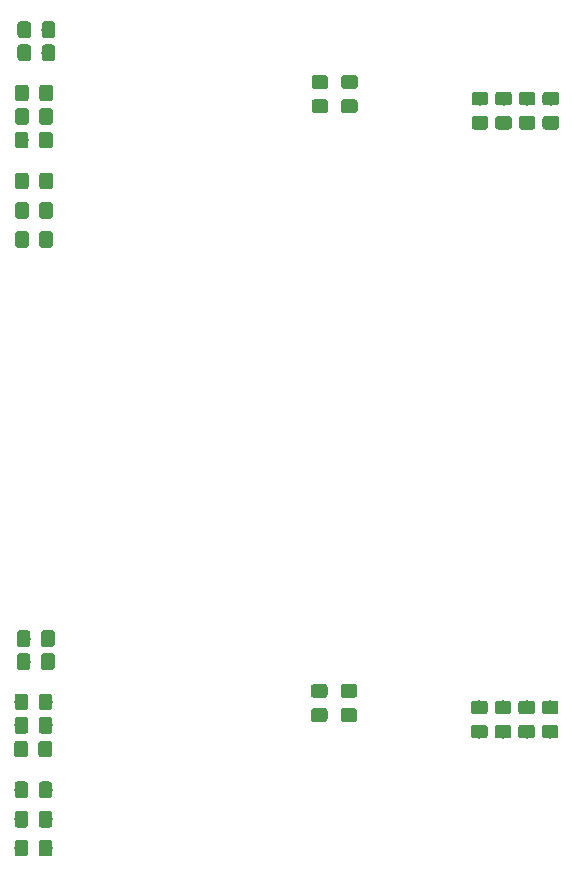
<source format=gtp>
G04 #@! TF.GenerationSoftware,KiCad,Pcbnew,(5.1.0)-1*
G04 #@! TF.CreationDate,2019-04-19T10:40:07+10:00*
G04 #@! TF.ProjectId,output.uc101panel,6f757470-7574-42e7-9563-31303170616e,rev?*
G04 #@! TF.SameCoordinates,Original*
G04 #@! TF.FileFunction,Paste,Top*
G04 #@! TF.FilePolarity,Positive*
%FSLAX46Y46*%
G04 Gerber Fmt 4.6, Leading zero omitted, Abs format (unit mm)*
G04 Created by KiCad (PCBNEW (5.1.0)-1) date 2019-04-19 10:40:07*
%MOMM*%
%LPD*%
G04 APERTURE LIST*
%ADD10C,0.100000*%
%ADD11C,1.150000*%
G04 APERTURE END LIST*
D10*
G36*
X150974505Y-128351204D02*
G01*
X150998773Y-128354804D01*
X151022572Y-128360765D01*
X151045671Y-128369030D01*
X151067850Y-128379520D01*
X151088893Y-128392132D01*
X151108599Y-128406747D01*
X151126777Y-128423223D01*
X151143253Y-128441401D01*
X151157868Y-128461107D01*
X151170480Y-128482150D01*
X151180970Y-128504329D01*
X151189235Y-128527428D01*
X151195196Y-128551227D01*
X151198796Y-128575495D01*
X151200000Y-128599999D01*
X151200000Y-129500001D01*
X151198796Y-129524505D01*
X151195196Y-129548773D01*
X151189235Y-129572572D01*
X151180970Y-129595671D01*
X151170480Y-129617850D01*
X151157868Y-129638893D01*
X151143253Y-129658599D01*
X151126777Y-129676777D01*
X151108599Y-129693253D01*
X151088893Y-129707868D01*
X151067850Y-129720480D01*
X151045671Y-129730970D01*
X151022572Y-129739235D01*
X150998773Y-129745196D01*
X150974505Y-129748796D01*
X150950001Y-129750000D01*
X150299999Y-129750000D01*
X150275495Y-129748796D01*
X150251227Y-129745196D01*
X150227428Y-129739235D01*
X150204329Y-129730970D01*
X150182150Y-129720480D01*
X150161107Y-129707868D01*
X150141401Y-129693253D01*
X150123223Y-129676777D01*
X150106747Y-129658599D01*
X150092132Y-129638893D01*
X150079520Y-129617850D01*
X150069030Y-129595671D01*
X150060765Y-129572572D01*
X150054804Y-129548773D01*
X150051204Y-129524505D01*
X150050000Y-129500001D01*
X150050000Y-128599999D01*
X150051204Y-128575495D01*
X150054804Y-128551227D01*
X150060765Y-128527428D01*
X150069030Y-128504329D01*
X150079520Y-128482150D01*
X150092132Y-128461107D01*
X150106747Y-128441401D01*
X150123223Y-128423223D01*
X150141401Y-128406747D01*
X150161107Y-128392132D01*
X150182150Y-128379520D01*
X150204329Y-128369030D01*
X150227428Y-128360765D01*
X150251227Y-128354804D01*
X150275495Y-128351204D01*
X150299999Y-128350000D01*
X150950001Y-128350000D01*
X150974505Y-128351204D01*
X150974505Y-128351204D01*
G37*
D11*
X150625000Y-129050000D03*
D10*
G36*
X148924505Y-128351204D02*
G01*
X148948773Y-128354804D01*
X148972572Y-128360765D01*
X148995671Y-128369030D01*
X149017850Y-128379520D01*
X149038893Y-128392132D01*
X149058599Y-128406747D01*
X149076777Y-128423223D01*
X149093253Y-128441401D01*
X149107868Y-128461107D01*
X149120480Y-128482150D01*
X149130970Y-128504329D01*
X149139235Y-128527428D01*
X149145196Y-128551227D01*
X149148796Y-128575495D01*
X149150000Y-128599999D01*
X149150000Y-129500001D01*
X149148796Y-129524505D01*
X149145196Y-129548773D01*
X149139235Y-129572572D01*
X149130970Y-129595671D01*
X149120480Y-129617850D01*
X149107868Y-129638893D01*
X149093253Y-129658599D01*
X149076777Y-129676777D01*
X149058599Y-129693253D01*
X149038893Y-129707868D01*
X149017850Y-129720480D01*
X148995671Y-129730970D01*
X148972572Y-129739235D01*
X148948773Y-129745196D01*
X148924505Y-129748796D01*
X148900001Y-129750000D01*
X148249999Y-129750000D01*
X148225495Y-129748796D01*
X148201227Y-129745196D01*
X148177428Y-129739235D01*
X148154329Y-129730970D01*
X148132150Y-129720480D01*
X148111107Y-129707868D01*
X148091401Y-129693253D01*
X148073223Y-129676777D01*
X148056747Y-129658599D01*
X148042132Y-129638893D01*
X148029520Y-129617850D01*
X148019030Y-129595671D01*
X148010765Y-129572572D01*
X148004804Y-129548773D01*
X148001204Y-129524505D01*
X148000000Y-129500001D01*
X148000000Y-128599999D01*
X148001204Y-128575495D01*
X148004804Y-128551227D01*
X148010765Y-128527428D01*
X148019030Y-128504329D01*
X148029520Y-128482150D01*
X148042132Y-128461107D01*
X148056747Y-128441401D01*
X148073223Y-128423223D01*
X148091401Y-128406747D01*
X148111107Y-128392132D01*
X148132150Y-128379520D01*
X148154329Y-128369030D01*
X148177428Y-128360765D01*
X148201227Y-128354804D01*
X148225495Y-128351204D01*
X148249999Y-128350000D01*
X148900001Y-128350000D01*
X148924505Y-128351204D01*
X148924505Y-128351204D01*
G37*
D11*
X148575000Y-129050000D03*
D10*
G36*
X150974505Y-130851204D02*
G01*
X150998773Y-130854804D01*
X151022572Y-130860765D01*
X151045671Y-130869030D01*
X151067850Y-130879520D01*
X151088893Y-130892132D01*
X151108599Y-130906747D01*
X151126777Y-130923223D01*
X151143253Y-130941401D01*
X151157868Y-130961107D01*
X151170480Y-130982150D01*
X151180970Y-131004329D01*
X151189235Y-131027428D01*
X151195196Y-131051227D01*
X151198796Y-131075495D01*
X151200000Y-131099999D01*
X151200000Y-132000001D01*
X151198796Y-132024505D01*
X151195196Y-132048773D01*
X151189235Y-132072572D01*
X151180970Y-132095671D01*
X151170480Y-132117850D01*
X151157868Y-132138893D01*
X151143253Y-132158599D01*
X151126777Y-132176777D01*
X151108599Y-132193253D01*
X151088893Y-132207868D01*
X151067850Y-132220480D01*
X151045671Y-132230970D01*
X151022572Y-132239235D01*
X150998773Y-132245196D01*
X150974505Y-132248796D01*
X150950001Y-132250000D01*
X150299999Y-132250000D01*
X150275495Y-132248796D01*
X150251227Y-132245196D01*
X150227428Y-132239235D01*
X150204329Y-132230970D01*
X150182150Y-132220480D01*
X150161107Y-132207868D01*
X150141401Y-132193253D01*
X150123223Y-132176777D01*
X150106747Y-132158599D01*
X150092132Y-132138893D01*
X150079520Y-132117850D01*
X150069030Y-132095671D01*
X150060765Y-132072572D01*
X150054804Y-132048773D01*
X150051204Y-132024505D01*
X150050000Y-132000001D01*
X150050000Y-131099999D01*
X150051204Y-131075495D01*
X150054804Y-131051227D01*
X150060765Y-131027428D01*
X150069030Y-131004329D01*
X150079520Y-130982150D01*
X150092132Y-130961107D01*
X150106747Y-130941401D01*
X150123223Y-130923223D01*
X150141401Y-130906747D01*
X150161107Y-130892132D01*
X150182150Y-130879520D01*
X150204329Y-130869030D01*
X150227428Y-130860765D01*
X150251227Y-130854804D01*
X150275495Y-130851204D01*
X150299999Y-130850000D01*
X150950001Y-130850000D01*
X150974505Y-130851204D01*
X150974505Y-130851204D01*
G37*
D11*
X150625000Y-131550000D03*
D10*
G36*
X148924505Y-130851204D02*
G01*
X148948773Y-130854804D01*
X148972572Y-130860765D01*
X148995671Y-130869030D01*
X149017850Y-130879520D01*
X149038893Y-130892132D01*
X149058599Y-130906747D01*
X149076777Y-130923223D01*
X149093253Y-130941401D01*
X149107868Y-130961107D01*
X149120480Y-130982150D01*
X149130970Y-131004329D01*
X149139235Y-131027428D01*
X149145196Y-131051227D01*
X149148796Y-131075495D01*
X149150000Y-131099999D01*
X149150000Y-132000001D01*
X149148796Y-132024505D01*
X149145196Y-132048773D01*
X149139235Y-132072572D01*
X149130970Y-132095671D01*
X149120480Y-132117850D01*
X149107868Y-132138893D01*
X149093253Y-132158599D01*
X149076777Y-132176777D01*
X149058599Y-132193253D01*
X149038893Y-132207868D01*
X149017850Y-132220480D01*
X148995671Y-132230970D01*
X148972572Y-132239235D01*
X148948773Y-132245196D01*
X148924505Y-132248796D01*
X148900001Y-132250000D01*
X148249999Y-132250000D01*
X148225495Y-132248796D01*
X148201227Y-132245196D01*
X148177428Y-132239235D01*
X148154329Y-132230970D01*
X148132150Y-132220480D01*
X148111107Y-132207868D01*
X148091401Y-132193253D01*
X148073223Y-132176777D01*
X148056747Y-132158599D01*
X148042132Y-132138893D01*
X148029520Y-132117850D01*
X148019030Y-132095671D01*
X148010765Y-132072572D01*
X148004804Y-132048773D01*
X148001204Y-132024505D01*
X148000000Y-132000001D01*
X148000000Y-131099999D01*
X148001204Y-131075495D01*
X148004804Y-131051227D01*
X148010765Y-131027428D01*
X148019030Y-131004329D01*
X148029520Y-130982150D01*
X148042132Y-130961107D01*
X148056747Y-130941401D01*
X148073223Y-130923223D01*
X148091401Y-130906747D01*
X148111107Y-130892132D01*
X148132150Y-130879520D01*
X148154329Y-130869030D01*
X148177428Y-130860765D01*
X148201227Y-130854804D01*
X148225495Y-130851204D01*
X148249999Y-130850000D01*
X148900001Y-130850000D01*
X148924505Y-130851204D01*
X148924505Y-130851204D01*
G37*
D11*
X148575000Y-131550000D03*
D10*
G36*
X174274505Y-120101204D02*
G01*
X174298773Y-120104804D01*
X174322572Y-120110765D01*
X174345671Y-120119030D01*
X174367850Y-120129520D01*
X174388893Y-120142132D01*
X174408599Y-120156747D01*
X174426777Y-120173223D01*
X174443253Y-120191401D01*
X174457868Y-120211107D01*
X174470480Y-120232150D01*
X174480970Y-120254329D01*
X174489235Y-120277428D01*
X174495196Y-120301227D01*
X174498796Y-120325495D01*
X174500000Y-120349999D01*
X174500000Y-121000001D01*
X174498796Y-121024505D01*
X174495196Y-121048773D01*
X174489235Y-121072572D01*
X174480970Y-121095671D01*
X174470480Y-121117850D01*
X174457868Y-121138893D01*
X174443253Y-121158599D01*
X174426777Y-121176777D01*
X174408599Y-121193253D01*
X174388893Y-121207868D01*
X174367850Y-121220480D01*
X174345671Y-121230970D01*
X174322572Y-121239235D01*
X174298773Y-121245196D01*
X174274505Y-121248796D01*
X174250001Y-121250000D01*
X173349999Y-121250000D01*
X173325495Y-121248796D01*
X173301227Y-121245196D01*
X173277428Y-121239235D01*
X173254329Y-121230970D01*
X173232150Y-121220480D01*
X173211107Y-121207868D01*
X173191401Y-121193253D01*
X173173223Y-121176777D01*
X173156747Y-121158599D01*
X173142132Y-121138893D01*
X173129520Y-121117850D01*
X173119030Y-121095671D01*
X173110765Y-121072572D01*
X173104804Y-121048773D01*
X173101204Y-121024505D01*
X173100000Y-121000001D01*
X173100000Y-120349999D01*
X173101204Y-120325495D01*
X173104804Y-120301227D01*
X173110765Y-120277428D01*
X173119030Y-120254329D01*
X173129520Y-120232150D01*
X173142132Y-120211107D01*
X173156747Y-120191401D01*
X173173223Y-120173223D01*
X173191401Y-120156747D01*
X173211107Y-120142132D01*
X173232150Y-120129520D01*
X173254329Y-120119030D01*
X173277428Y-120110765D01*
X173301227Y-120104804D01*
X173325495Y-120101204D01*
X173349999Y-120100000D01*
X174250001Y-120100000D01*
X174274505Y-120101204D01*
X174274505Y-120101204D01*
G37*
D11*
X173800000Y-120675000D03*
D10*
G36*
X174274505Y-122151204D02*
G01*
X174298773Y-122154804D01*
X174322572Y-122160765D01*
X174345671Y-122169030D01*
X174367850Y-122179520D01*
X174388893Y-122192132D01*
X174408599Y-122206747D01*
X174426777Y-122223223D01*
X174443253Y-122241401D01*
X174457868Y-122261107D01*
X174470480Y-122282150D01*
X174480970Y-122304329D01*
X174489235Y-122327428D01*
X174495196Y-122351227D01*
X174498796Y-122375495D01*
X174500000Y-122399999D01*
X174500000Y-123050001D01*
X174498796Y-123074505D01*
X174495196Y-123098773D01*
X174489235Y-123122572D01*
X174480970Y-123145671D01*
X174470480Y-123167850D01*
X174457868Y-123188893D01*
X174443253Y-123208599D01*
X174426777Y-123226777D01*
X174408599Y-123243253D01*
X174388893Y-123257868D01*
X174367850Y-123270480D01*
X174345671Y-123280970D01*
X174322572Y-123289235D01*
X174298773Y-123295196D01*
X174274505Y-123298796D01*
X174250001Y-123300000D01*
X173349999Y-123300000D01*
X173325495Y-123298796D01*
X173301227Y-123295196D01*
X173277428Y-123289235D01*
X173254329Y-123280970D01*
X173232150Y-123270480D01*
X173211107Y-123257868D01*
X173191401Y-123243253D01*
X173173223Y-123226777D01*
X173156747Y-123208599D01*
X173142132Y-123188893D01*
X173129520Y-123167850D01*
X173119030Y-123145671D01*
X173110765Y-123122572D01*
X173104804Y-123098773D01*
X173101204Y-123074505D01*
X173100000Y-123050001D01*
X173100000Y-122399999D01*
X173101204Y-122375495D01*
X173104804Y-122351227D01*
X173110765Y-122327428D01*
X173119030Y-122304329D01*
X173129520Y-122282150D01*
X173142132Y-122261107D01*
X173156747Y-122241401D01*
X173173223Y-122223223D01*
X173191401Y-122206747D01*
X173211107Y-122192132D01*
X173232150Y-122179520D01*
X173254329Y-122169030D01*
X173277428Y-122160765D01*
X173301227Y-122154804D01*
X173325495Y-122151204D01*
X173349999Y-122150000D01*
X174250001Y-122150000D01*
X174274505Y-122151204D01*
X174274505Y-122151204D01*
G37*
D11*
X173800000Y-122725000D03*
D10*
G36*
X176774505Y-120101204D02*
G01*
X176798773Y-120104804D01*
X176822572Y-120110765D01*
X176845671Y-120119030D01*
X176867850Y-120129520D01*
X176888893Y-120142132D01*
X176908599Y-120156747D01*
X176926777Y-120173223D01*
X176943253Y-120191401D01*
X176957868Y-120211107D01*
X176970480Y-120232150D01*
X176980970Y-120254329D01*
X176989235Y-120277428D01*
X176995196Y-120301227D01*
X176998796Y-120325495D01*
X177000000Y-120349999D01*
X177000000Y-121000001D01*
X176998796Y-121024505D01*
X176995196Y-121048773D01*
X176989235Y-121072572D01*
X176980970Y-121095671D01*
X176970480Y-121117850D01*
X176957868Y-121138893D01*
X176943253Y-121158599D01*
X176926777Y-121176777D01*
X176908599Y-121193253D01*
X176888893Y-121207868D01*
X176867850Y-121220480D01*
X176845671Y-121230970D01*
X176822572Y-121239235D01*
X176798773Y-121245196D01*
X176774505Y-121248796D01*
X176750001Y-121250000D01*
X175849999Y-121250000D01*
X175825495Y-121248796D01*
X175801227Y-121245196D01*
X175777428Y-121239235D01*
X175754329Y-121230970D01*
X175732150Y-121220480D01*
X175711107Y-121207868D01*
X175691401Y-121193253D01*
X175673223Y-121176777D01*
X175656747Y-121158599D01*
X175642132Y-121138893D01*
X175629520Y-121117850D01*
X175619030Y-121095671D01*
X175610765Y-121072572D01*
X175604804Y-121048773D01*
X175601204Y-121024505D01*
X175600000Y-121000001D01*
X175600000Y-120349999D01*
X175601204Y-120325495D01*
X175604804Y-120301227D01*
X175610765Y-120277428D01*
X175619030Y-120254329D01*
X175629520Y-120232150D01*
X175642132Y-120211107D01*
X175656747Y-120191401D01*
X175673223Y-120173223D01*
X175691401Y-120156747D01*
X175711107Y-120142132D01*
X175732150Y-120129520D01*
X175754329Y-120119030D01*
X175777428Y-120110765D01*
X175801227Y-120104804D01*
X175825495Y-120101204D01*
X175849999Y-120100000D01*
X176750001Y-120100000D01*
X176774505Y-120101204D01*
X176774505Y-120101204D01*
G37*
D11*
X176300000Y-120675000D03*
D10*
G36*
X176774505Y-122151204D02*
G01*
X176798773Y-122154804D01*
X176822572Y-122160765D01*
X176845671Y-122169030D01*
X176867850Y-122179520D01*
X176888893Y-122192132D01*
X176908599Y-122206747D01*
X176926777Y-122223223D01*
X176943253Y-122241401D01*
X176957868Y-122261107D01*
X176970480Y-122282150D01*
X176980970Y-122304329D01*
X176989235Y-122327428D01*
X176995196Y-122351227D01*
X176998796Y-122375495D01*
X177000000Y-122399999D01*
X177000000Y-123050001D01*
X176998796Y-123074505D01*
X176995196Y-123098773D01*
X176989235Y-123122572D01*
X176980970Y-123145671D01*
X176970480Y-123167850D01*
X176957868Y-123188893D01*
X176943253Y-123208599D01*
X176926777Y-123226777D01*
X176908599Y-123243253D01*
X176888893Y-123257868D01*
X176867850Y-123270480D01*
X176845671Y-123280970D01*
X176822572Y-123289235D01*
X176798773Y-123295196D01*
X176774505Y-123298796D01*
X176750001Y-123300000D01*
X175849999Y-123300000D01*
X175825495Y-123298796D01*
X175801227Y-123295196D01*
X175777428Y-123289235D01*
X175754329Y-123280970D01*
X175732150Y-123270480D01*
X175711107Y-123257868D01*
X175691401Y-123243253D01*
X175673223Y-123226777D01*
X175656747Y-123208599D01*
X175642132Y-123188893D01*
X175629520Y-123167850D01*
X175619030Y-123145671D01*
X175610765Y-123122572D01*
X175604804Y-123098773D01*
X175601204Y-123074505D01*
X175600000Y-123050001D01*
X175600000Y-122399999D01*
X175601204Y-122375495D01*
X175604804Y-122351227D01*
X175610765Y-122327428D01*
X175619030Y-122304329D01*
X175629520Y-122282150D01*
X175642132Y-122261107D01*
X175656747Y-122241401D01*
X175673223Y-122223223D01*
X175691401Y-122206747D01*
X175711107Y-122192132D01*
X175732150Y-122179520D01*
X175754329Y-122169030D01*
X175777428Y-122160765D01*
X175801227Y-122154804D01*
X175825495Y-122151204D01*
X175849999Y-122150000D01*
X176750001Y-122150000D01*
X176774505Y-122151204D01*
X176774505Y-122151204D01*
G37*
D11*
X176300000Y-122725000D03*
D10*
G36*
X149124505Y-117501204D02*
G01*
X149148773Y-117504804D01*
X149172572Y-117510765D01*
X149195671Y-117519030D01*
X149217850Y-117529520D01*
X149238893Y-117542132D01*
X149258599Y-117556747D01*
X149276777Y-117573223D01*
X149293253Y-117591401D01*
X149307868Y-117611107D01*
X149320480Y-117632150D01*
X149330970Y-117654329D01*
X149339235Y-117677428D01*
X149345196Y-117701227D01*
X149348796Y-117725495D01*
X149350000Y-117749999D01*
X149350000Y-118650001D01*
X149348796Y-118674505D01*
X149345196Y-118698773D01*
X149339235Y-118722572D01*
X149330970Y-118745671D01*
X149320480Y-118767850D01*
X149307868Y-118788893D01*
X149293253Y-118808599D01*
X149276777Y-118826777D01*
X149258599Y-118843253D01*
X149238893Y-118857868D01*
X149217850Y-118870480D01*
X149195671Y-118880970D01*
X149172572Y-118889235D01*
X149148773Y-118895196D01*
X149124505Y-118898796D01*
X149100001Y-118900000D01*
X148449999Y-118900000D01*
X148425495Y-118898796D01*
X148401227Y-118895196D01*
X148377428Y-118889235D01*
X148354329Y-118880970D01*
X148332150Y-118870480D01*
X148311107Y-118857868D01*
X148291401Y-118843253D01*
X148273223Y-118826777D01*
X148256747Y-118808599D01*
X148242132Y-118788893D01*
X148229520Y-118767850D01*
X148219030Y-118745671D01*
X148210765Y-118722572D01*
X148204804Y-118698773D01*
X148201204Y-118674505D01*
X148200000Y-118650001D01*
X148200000Y-117749999D01*
X148201204Y-117725495D01*
X148204804Y-117701227D01*
X148210765Y-117677428D01*
X148219030Y-117654329D01*
X148229520Y-117632150D01*
X148242132Y-117611107D01*
X148256747Y-117591401D01*
X148273223Y-117573223D01*
X148291401Y-117556747D01*
X148311107Y-117542132D01*
X148332150Y-117529520D01*
X148354329Y-117519030D01*
X148377428Y-117510765D01*
X148401227Y-117504804D01*
X148425495Y-117501204D01*
X148449999Y-117500000D01*
X149100001Y-117500000D01*
X149124505Y-117501204D01*
X149124505Y-117501204D01*
G37*
D11*
X148775000Y-118200000D03*
D10*
G36*
X151174505Y-117501204D02*
G01*
X151198773Y-117504804D01*
X151222572Y-117510765D01*
X151245671Y-117519030D01*
X151267850Y-117529520D01*
X151288893Y-117542132D01*
X151308599Y-117556747D01*
X151326777Y-117573223D01*
X151343253Y-117591401D01*
X151357868Y-117611107D01*
X151370480Y-117632150D01*
X151380970Y-117654329D01*
X151389235Y-117677428D01*
X151395196Y-117701227D01*
X151398796Y-117725495D01*
X151400000Y-117749999D01*
X151400000Y-118650001D01*
X151398796Y-118674505D01*
X151395196Y-118698773D01*
X151389235Y-118722572D01*
X151380970Y-118745671D01*
X151370480Y-118767850D01*
X151357868Y-118788893D01*
X151343253Y-118808599D01*
X151326777Y-118826777D01*
X151308599Y-118843253D01*
X151288893Y-118857868D01*
X151267850Y-118870480D01*
X151245671Y-118880970D01*
X151222572Y-118889235D01*
X151198773Y-118895196D01*
X151174505Y-118898796D01*
X151150001Y-118900000D01*
X150499999Y-118900000D01*
X150475495Y-118898796D01*
X150451227Y-118895196D01*
X150427428Y-118889235D01*
X150404329Y-118880970D01*
X150382150Y-118870480D01*
X150361107Y-118857868D01*
X150341401Y-118843253D01*
X150323223Y-118826777D01*
X150306747Y-118808599D01*
X150292132Y-118788893D01*
X150279520Y-118767850D01*
X150269030Y-118745671D01*
X150260765Y-118722572D01*
X150254804Y-118698773D01*
X150251204Y-118674505D01*
X150250000Y-118650001D01*
X150250000Y-117749999D01*
X150251204Y-117725495D01*
X150254804Y-117701227D01*
X150260765Y-117677428D01*
X150269030Y-117654329D01*
X150279520Y-117632150D01*
X150292132Y-117611107D01*
X150306747Y-117591401D01*
X150323223Y-117573223D01*
X150341401Y-117556747D01*
X150361107Y-117542132D01*
X150382150Y-117529520D01*
X150404329Y-117519030D01*
X150427428Y-117510765D01*
X150451227Y-117504804D01*
X150475495Y-117501204D01*
X150499999Y-117500000D01*
X151150001Y-117500000D01*
X151174505Y-117501204D01*
X151174505Y-117501204D01*
G37*
D11*
X150825000Y-118200000D03*
D10*
G36*
X150974505Y-133301204D02*
G01*
X150998773Y-133304804D01*
X151022572Y-133310765D01*
X151045671Y-133319030D01*
X151067850Y-133329520D01*
X151088893Y-133342132D01*
X151108599Y-133356747D01*
X151126777Y-133373223D01*
X151143253Y-133391401D01*
X151157868Y-133411107D01*
X151170480Y-133432150D01*
X151180970Y-133454329D01*
X151189235Y-133477428D01*
X151195196Y-133501227D01*
X151198796Y-133525495D01*
X151200000Y-133549999D01*
X151200000Y-134450001D01*
X151198796Y-134474505D01*
X151195196Y-134498773D01*
X151189235Y-134522572D01*
X151180970Y-134545671D01*
X151170480Y-134567850D01*
X151157868Y-134588893D01*
X151143253Y-134608599D01*
X151126777Y-134626777D01*
X151108599Y-134643253D01*
X151088893Y-134657868D01*
X151067850Y-134670480D01*
X151045671Y-134680970D01*
X151022572Y-134689235D01*
X150998773Y-134695196D01*
X150974505Y-134698796D01*
X150950001Y-134700000D01*
X150299999Y-134700000D01*
X150275495Y-134698796D01*
X150251227Y-134695196D01*
X150227428Y-134689235D01*
X150204329Y-134680970D01*
X150182150Y-134670480D01*
X150161107Y-134657868D01*
X150141401Y-134643253D01*
X150123223Y-134626777D01*
X150106747Y-134608599D01*
X150092132Y-134588893D01*
X150079520Y-134567850D01*
X150069030Y-134545671D01*
X150060765Y-134522572D01*
X150054804Y-134498773D01*
X150051204Y-134474505D01*
X150050000Y-134450001D01*
X150050000Y-133549999D01*
X150051204Y-133525495D01*
X150054804Y-133501227D01*
X150060765Y-133477428D01*
X150069030Y-133454329D01*
X150079520Y-133432150D01*
X150092132Y-133411107D01*
X150106747Y-133391401D01*
X150123223Y-133373223D01*
X150141401Y-133356747D01*
X150161107Y-133342132D01*
X150182150Y-133329520D01*
X150204329Y-133319030D01*
X150227428Y-133310765D01*
X150251227Y-133304804D01*
X150275495Y-133301204D01*
X150299999Y-133300000D01*
X150950001Y-133300000D01*
X150974505Y-133301204D01*
X150974505Y-133301204D01*
G37*
D11*
X150625000Y-134000000D03*
D10*
G36*
X148924505Y-133301204D02*
G01*
X148948773Y-133304804D01*
X148972572Y-133310765D01*
X148995671Y-133319030D01*
X149017850Y-133329520D01*
X149038893Y-133342132D01*
X149058599Y-133356747D01*
X149076777Y-133373223D01*
X149093253Y-133391401D01*
X149107868Y-133411107D01*
X149120480Y-133432150D01*
X149130970Y-133454329D01*
X149139235Y-133477428D01*
X149145196Y-133501227D01*
X149148796Y-133525495D01*
X149150000Y-133549999D01*
X149150000Y-134450001D01*
X149148796Y-134474505D01*
X149145196Y-134498773D01*
X149139235Y-134522572D01*
X149130970Y-134545671D01*
X149120480Y-134567850D01*
X149107868Y-134588893D01*
X149093253Y-134608599D01*
X149076777Y-134626777D01*
X149058599Y-134643253D01*
X149038893Y-134657868D01*
X149017850Y-134670480D01*
X148995671Y-134680970D01*
X148972572Y-134689235D01*
X148948773Y-134695196D01*
X148924505Y-134698796D01*
X148900001Y-134700000D01*
X148249999Y-134700000D01*
X148225495Y-134698796D01*
X148201227Y-134695196D01*
X148177428Y-134689235D01*
X148154329Y-134680970D01*
X148132150Y-134670480D01*
X148111107Y-134657868D01*
X148091401Y-134643253D01*
X148073223Y-134626777D01*
X148056747Y-134608599D01*
X148042132Y-134588893D01*
X148029520Y-134567850D01*
X148019030Y-134545671D01*
X148010765Y-134522572D01*
X148004804Y-134498773D01*
X148001204Y-134474505D01*
X148000000Y-134450001D01*
X148000000Y-133549999D01*
X148001204Y-133525495D01*
X148004804Y-133501227D01*
X148010765Y-133477428D01*
X148019030Y-133454329D01*
X148029520Y-133432150D01*
X148042132Y-133411107D01*
X148056747Y-133391401D01*
X148073223Y-133373223D01*
X148091401Y-133356747D01*
X148111107Y-133342132D01*
X148132150Y-133329520D01*
X148154329Y-133319030D01*
X148177428Y-133310765D01*
X148201227Y-133304804D01*
X148225495Y-133301204D01*
X148249999Y-133300000D01*
X148900001Y-133300000D01*
X148924505Y-133301204D01*
X148924505Y-133301204D01*
G37*
D11*
X148575000Y-134000000D03*
D10*
G36*
X149124505Y-115551204D02*
G01*
X149148773Y-115554804D01*
X149172572Y-115560765D01*
X149195671Y-115569030D01*
X149217850Y-115579520D01*
X149238893Y-115592132D01*
X149258599Y-115606747D01*
X149276777Y-115623223D01*
X149293253Y-115641401D01*
X149307868Y-115661107D01*
X149320480Y-115682150D01*
X149330970Y-115704329D01*
X149339235Y-115727428D01*
X149345196Y-115751227D01*
X149348796Y-115775495D01*
X149350000Y-115799999D01*
X149350000Y-116700001D01*
X149348796Y-116724505D01*
X149345196Y-116748773D01*
X149339235Y-116772572D01*
X149330970Y-116795671D01*
X149320480Y-116817850D01*
X149307868Y-116838893D01*
X149293253Y-116858599D01*
X149276777Y-116876777D01*
X149258599Y-116893253D01*
X149238893Y-116907868D01*
X149217850Y-116920480D01*
X149195671Y-116930970D01*
X149172572Y-116939235D01*
X149148773Y-116945196D01*
X149124505Y-116948796D01*
X149100001Y-116950000D01*
X148449999Y-116950000D01*
X148425495Y-116948796D01*
X148401227Y-116945196D01*
X148377428Y-116939235D01*
X148354329Y-116930970D01*
X148332150Y-116920480D01*
X148311107Y-116907868D01*
X148291401Y-116893253D01*
X148273223Y-116876777D01*
X148256747Y-116858599D01*
X148242132Y-116838893D01*
X148229520Y-116817850D01*
X148219030Y-116795671D01*
X148210765Y-116772572D01*
X148204804Y-116748773D01*
X148201204Y-116724505D01*
X148200000Y-116700001D01*
X148200000Y-115799999D01*
X148201204Y-115775495D01*
X148204804Y-115751227D01*
X148210765Y-115727428D01*
X148219030Y-115704329D01*
X148229520Y-115682150D01*
X148242132Y-115661107D01*
X148256747Y-115641401D01*
X148273223Y-115623223D01*
X148291401Y-115606747D01*
X148311107Y-115592132D01*
X148332150Y-115579520D01*
X148354329Y-115569030D01*
X148377428Y-115560765D01*
X148401227Y-115554804D01*
X148425495Y-115551204D01*
X148449999Y-115550000D01*
X149100001Y-115550000D01*
X149124505Y-115551204D01*
X149124505Y-115551204D01*
G37*
D11*
X148775000Y-116250000D03*
D10*
G36*
X151174505Y-115551204D02*
G01*
X151198773Y-115554804D01*
X151222572Y-115560765D01*
X151245671Y-115569030D01*
X151267850Y-115579520D01*
X151288893Y-115592132D01*
X151308599Y-115606747D01*
X151326777Y-115623223D01*
X151343253Y-115641401D01*
X151357868Y-115661107D01*
X151370480Y-115682150D01*
X151380970Y-115704329D01*
X151389235Y-115727428D01*
X151395196Y-115751227D01*
X151398796Y-115775495D01*
X151400000Y-115799999D01*
X151400000Y-116700001D01*
X151398796Y-116724505D01*
X151395196Y-116748773D01*
X151389235Y-116772572D01*
X151380970Y-116795671D01*
X151370480Y-116817850D01*
X151357868Y-116838893D01*
X151343253Y-116858599D01*
X151326777Y-116876777D01*
X151308599Y-116893253D01*
X151288893Y-116907868D01*
X151267850Y-116920480D01*
X151245671Y-116930970D01*
X151222572Y-116939235D01*
X151198773Y-116945196D01*
X151174505Y-116948796D01*
X151150001Y-116950000D01*
X150499999Y-116950000D01*
X150475495Y-116948796D01*
X150451227Y-116945196D01*
X150427428Y-116939235D01*
X150404329Y-116930970D01*
X150382150Y-116920480D01*
X150361107Y-116907868D01*
X150341401Y-116893253D01*
X150323223Y-116876777D01*
X150306747Y-116858599D01*
X150292132Y-116838893D01*
X150279520Y-116817850D01*
X150269030Y-116795671D01*
X150260765Y-116772572D01*
X150254804Y-116748773D01*
X150251204Y-116724505D01*
X150250000Y-116700001D01*
X150250000Y-115799999D01*
X150251204Y-115775495D01*
X150254804Y-115751227D01*
X150260765Y-115727428D01*
X150269030Y-115704329D01*
X150279520Y-115682150D01*
X150292132Y-115661107D01*
X150306747Y-115641401D01*
X150323223Y-115623223D01*
X150341401Y-115606747D01*
X150361107Y-115592132D01*
X150382150Y-115579520D01*
X150404329Y-115569030D01*
X150427428Y-115560765D01*
X150451227Y-115554804D01*
X150475495Y-115551204D01*
X150499999Y-115550000D01*
X151150001Y-115550000D01*
X151174505Y-115551204D01*
X151174505Y-115551204D01*
G37*
D11*
X150825000Y-116250000D03*
D10*
G36*
X193824505Y-121501204D02*
G01*
X193848773Y-121504804D01*
X193872572Y-121510765D01*
X193895671Y-121519030D01*
X193917850Y-121529520D01*
X193938893Y-121542132D01*
X193958599Y-121556747D01*
X193976777Y-121573223D01*
X193993253Y-121591401D01*
X194007868Y-121611107D01*
X194020480Y-121632150D01*
X194030970Y-121654329D01*
X194039235Y-121677428D01*
X194045196Y-121701227D01*
X194048796Y-121725495D01*
X194050000Y-121749999D01*
X194050000Y-122400001D01*
X194048796Y-122424505D01*
X194045196Y-122448773D01*
X194039235Y-122472572D01*
X194030970Y-122495671D01*
X194020480Y-122517850D01*
X194007868Y-122538893D01*
X193993253Y-122558599D01*
X193976777Y-122576777D01*
X193958599Y-122593253D01*
X193938893Y-122607868D01*
X193917850Y-122620480D01*
X193895671Y-122630970D01*
X193872572Y-122639235D01*
X193848773Y-122645196D01*
X193824505Y-122648796D01*
X193800001Y-122650000D01*
X192899999Y-122650000D01*
X192875495Y-122648796D01*
X192851227Y-122645196D01*
X192827428Y-122639235D01*
X192804329Y-122630970D01*
X192782150Y-122620480D01*
X192761107Y-122607868D01*
X192741401Y-122593253D01*
X192723223Y-122576777D01*
X192706747Y-122558599D01*
X192692132Y-122538893D01*
X192679520Y-122517850D01*
X192669030Y-122495671D01*
X192660765Y-122472572D01*
X192654804Y-122448773D01*
X192651204Y-122424505D01*
X192650000Y-122400001D01*
X192650000Y-121749999D01*
X192651204Y-121725495D01*
X192654804Y-121701227D01*
X192660765Y-121677428D01*
X192669030Y-121654329D01*
X192679520Y-121632150D01*
X192692132Y-121611107D01*
X192706747Y-121591401D01*
X192723223Y-121573223D01*
X192741401Y-121556747D01*
X192761107Y-121542132D01*
X192782150Y-121529520D01*
X192804329Y-121519030D01*
X192827428Y-121510765D01*
X192851227Y-121504804D01*
X192875495Y-121501204D01*
X192899999Y-121500000D01*
X193800001Y-121500000D01*
X193824505Y-121501204D01*
X193824505Y-121501204D01*
G37*
D11*
X193350000Y-122075000D03*
D10*
G36*
X193824505Y-123551204D02*
G01*
X193848773Y-123554804D01*
X193872572Y-123560765D01*
X193895671Y-123569030D01*
X193917850Y-123579520D01*
X193938893Y-123592132D01*
X193958599Y-123606747D01*
X193976777Y-123623223D01*
X193993253Y-123641401D01*
X194007868Y-123661107D01*
X194020480Y-123682150D01*
X194030970Y-123704329D01*
X194039235Y-123727428D01*
X194045196Y-123751227D01*
X194048796Y-123775495D01*
X194050000Y-123799999D01*
X194050000Y-124450001D01*
X194048796Y-124474505D01*
X194045196Y-124498773D01*
X194039235Y-124522572D01*
X194030970Y-124545671D01*
X194020480Y-124567850D01*
X194007868Y-124588893D01*
X193993253Y-124608599D01*
X193976777Y-124626777D01*
X193958599Y-124643253D01*
X193938893Y-124657868D01*
X193917850Y-124670480D01*
X193895671Y-124680970D01*
X193872572Y-124689235D01*
X193848773Y-124695196D01*
X193824505Y-124698796D01*
X193800001Y-124700000D01*
X192899999Y-124700000D01*
X192875495Y-124698796D01*
X192851227Y-124695196D01*
X192827428Y-124689235D01*
X192804329Y-124680970D01*
X192782150Y-124670480D01*
X192761107Y-124657868D01*
X192741401Y-124643253D01*
X192723223Y-124626777D01*
X192706747Y-124608599D01*
X192692132Y-124588893D01*
X192679520Y-124567850D01*
X192669030Y-124545671D01*
X192660765Y-124522572D01*
X192654804Y-124498773D01*
X192651204Y-124474505D01*
X192650000Y-124450001D01*
X192650000Y-123799999D01*
X192651204Y-123775495D01*
X192654804Y-123751227D01*
X192660765Y-123727428D01*
X192669030Y-123704329D01*
X192679520Y-123682150D01*
X192692132Y-123661107D01*
X192706747Y-123641401D01*
X192723223Y-123623223D01*
X192741401Y-123606747D01*
X192761107Y-123592132D01*
X192782150Y-123579520D01*
X192804329Y-123569030D01*
X192827428Y-123560765D01*
X192851227Y-123554804D01*
X192875495Y-123551204D01*
X192899999Y-123550000D01*
X193800001Y-123550000D01*
X193824505Y-123551204D01*
X193824505Y-123551204D01*
G37*
D11*
X193350000Y-124125000D03*
D10*
G36*
X191824505Y-123551204D02*
G01*
X191848773Y-123554804D01*
X191872572Y-123560765D01*
X191895671Y-123569030D01*
X191917850Y-123579520D01*
X191938893Y-123592132D01*
X191958599Y-123606747D01*
X191976777Y-123623223D01*
X191993253Y-123641401D01*
X192007868Y-123661107D01*
X192020480Y-123682150D01*
X192030970Y-123704329D01*
X192039235Y-123727428D01*
X192045196Y-123751227D01*
X192048796Y-123775495D01*
X192050000Y-123799999D01*
X192050000Y-124450001D01*
X192048796Y-124474505D01*
X192045196Y-124498773D01*
X192039235Y-124522572D01*
X192030970Y-124545671D01*
X192020480Y-124567850D01*
X192007868Y-124588893D01*
X191993253Y-124608599D01*
X191976777Y-124626777D01*
X191958599Y-124643253D01*
X191938893Y-124657868D01*
X191917850Y-124670480D01*
X191895671Y-124680970D01*
X191872572Y-124689235D01*
X191848773Y-124695196D01*
X191824505Y-124698796D01*
X191800001Y-124700000D01*
X190899999Y-124700000D01*
X190875495Y-124698796D01*
X190851227Y-124695196D01*
X190827428Y-124689235D01*
X190804329Y-124680970D01*
X190782150Y-124670480D01*
X190761107Y-124657868D01*
X190741401Y-124643253D01*
X190723223Y-124626777D01*
X190706747Y-124608599D01*
X190692132Y-124588893D01*
X190679520Y-124567850D01*
X190669030Y-124545671D01*
X190660765Y-124522572D01*
X190654804Y-124498773D01*
X190651204Y-124474505D01*
X190650000Y-124450001D01*
X190650000Y-123799999D01*
X190651204Y-123775495D01*
X190654804Y-123751227D01*
X190660765Y-123727428D01*
X190669030Y-123704329D01*
X190679520Y-123682150D01*
X190692132Y-123661107D01*
X190706747Y-123641401D01*
X190723223Y-123623223D01*
X190741401Y-123606747D01*
X190761107Y-123592132D01*
X190782150Y-123579520D01*
X190804329Y-123569030D01*
X190827428Y-123560765D01*
X190851227Y-123554804D01*
X190875495Y-123551204D01*
X190899999Y-123550000D01*
X191800001Y-123550000D01*
X191824505Y-123551204D01*
X191824505Y-123551204D01*
G37*
D11*
X191350000Y-124125000D03*
D10*
G36*
X191824505Y-121501204D02*
G01*
X191848773Y-121504804D01*
X191872572Y-121510765D01*
X191895671Y-121519030D01*
X191917850Y-121529520D01*
X191938893Y-121542132D01*
X191958599Y-121556747D01*
X191976777Y-121573223D01*
X191993253Y-121591401D01*
X192007868Y-121611107D01*
X192020480Y-121632150D01*
X192030970Y-121654329D01*
X192039235Y-121677428D01*
X192045196Y-121701227D01*
X192048796Y-121725495D01*
X192050000Y-121749999D01*
X192050000Y-122400001D01*
X192048796Y-122424505D01*
X192045196Y-122448773D01*
X192039235Y-122472572D01*
X192030970Y-122495671D01*
X192020480Y-122517850D01*
X192007868Y-122538893D01*
X191993253Y-122558599D01*
X191976777Y-122576777D01*
X191958599Y-122593253D01*
X191938893Y-122607868D01*
X191917850Y-122620480D01*
X191895671Y-122630970D01*
X191872572Y-122639235D01*
X191848773Y-122645196D01*
X191824505Y-122648796D01*
X191800001Y-122650000D01*
X190899999Y-122650000D01*
X190875495Y-122648796D01*
X190851227Y-122645196D01*
X190827428Y-122639235D01*
X190804329Y-122630970D01*
X190782150Y-122620480D01*
X190761107Y-122607868D01*
X190741401Y-122593253D01*
X190723223Y-122576777D01*
X190706747Y-122558599D01*
X190692132Y-122538893D01*
X190679520Y-122517850D01*
X190669030Y-122495671D01*
X190660765Y-122472572D01*
X190654804Y-122448773D01*
X190651204Y-122424505D01*
X190650000Y-122400001D01*
X190650000Y-121749999D01*
X190651204Y-121725495D01*
X190654804Y-121701227D01*
X190660765Y-121677428D01*
X190669030Y-121654329D01*
X190679520Y-121632150D01*
X190692132Y-121611107D01*
X190706747Y-121591401D01*
X190723223Y-121573223D01*
X190741401Y-121556747D01*
X190761107Y-121542132D01*
X190782150Y-121529520D01*
X190804329Y-121519030D01*
X190827428Y-121510765D01*
X190851227Y-121504804D01*
X190875495Y-121501204D01*
X190899999Y-121500000D01*
X191800001Y-121500000D01*
X191824505Y-121501204D01*
X191824505Y-121501204D01*
G37*
D11*
X191350000Y-122075000D03*
D10*
G36*
X187824505Y-121501204D02*
G01*
X187848773Y-121504804D01*
X187872572Y-121510765D01*
X187895671Y-121519030D01*
X187917850Y-121529520D01*
X187938893Y-121542132D01*
X187958599Y-121556747D01*
X187976777Y-121573223D01*
X187993253Y-121591401D01*
X188007868Y-121611107D01*
X188020480Y-121632150D01*
X188030970Y-121654329D01*
X188039235Y-121677428D01*
X188045196Y-121701227D01*
X188048796Y-121725495D01*
X188050000Y-121749999D01*
X188050000Y-122400001D01*
X188048796Y-122424505D01*
X188045196Y-122448773D01*
X188039235Y-122472572D01*
X188030970Y-122495671D01*
X188020480Y-122517850D01*
X188007868Y-122538893D01*
X187993253Y-122558599D01*
X187976777Y-122576777D01*
X187958599Y-122593253D01*
X187938893Y-122607868D01*
X187917850Y-122620480D01*
X187895671Y-122630970D01*
X187872572Y-122639235D01*
X187848773Y-122645196D01*
X187824505Y-122648796D01*
X187800001Y-122650000D01*
X186899999Y-122650000D01*
X186875495Y-122648796D01*
X186851227Y-122645196D01*
X186827428Y-122639235D01*
X186804329Y-122630970D01*
X186782150Y-122620480D01*
X186761107Y-122607868D01*
X186741401Y-122593253D01*
X186723223Y-122576777D01*
X186706747Y-122558599D01*
X186692132Y-122538893D01*
X186679520Y-122517850D01*
X186669030Y-122495671D01*
X186660765Y-122472572D01*
X186654804Y-122448773D01*
X186651204Y-122424505D01*
X186650000Y-122400001D01*
X186650000Y-121749999D01*
X186651204Y-121725495D01*
X186654804Y-121701227D01*
X186660765Y-121677428D01*
X186669030Y-121654329D01*
X186679520Y-121632150D01*
X186692132Y-121611107D01*
X186706747Y-121591401D01*
X186723223Y-121573223D01*
X186741401Y-121556747D01*
X186761107Y-121542132D01*
X186782150Y-121529520D01*
X186804329Y-121519030D01*
X186827428Y-121510765D01*
X186851227Y-121504804D01*
X186875495Y-121501204D01*
X186899999Y-121500000D01*
X187800001Y-121500000D01*
X187824505Y-121501204D01*
X187824505Y-121501204D01*
G37*
D11*
X187350000Y-122075000D03*
D10*
G36*
X187824505Y-123551204D02*
G01*
X187848773Y-123554804D01*
X187872572Y-123560765D01*
X187895671Y-123569030D01*
X187917850Y-123579520D01*
X187938893Y-123592132D01*
X187958599Y-123606747D01*
X187976777Y-123623223D01*
X187993253Y-123641401D01*
X188007868Y-123661107D01*
X188020480Y-123682150D01*
X188030970Y-123704329D01*
X188039235Y-123727428D01*
X188045196Y-123751227D01*
X188048796Y-123775495D01*
X188050000Y-123799999D01*
X188050000Y-124450001D01*
X188048796Y-124474505D01*
X188045196Y-124498773D01*
X188039235Y-124522572D01*
X188030970Y-124545671D01*
X188020480Y-124567850D01*
X188007868Y-124588893D01*
X187993253Y-124608599D01*
X187976777Y-124626777D01*
X187958599Y-124643253D01*
X187938893Y-124657868D01*
X187917850Y-124670480D01*
X187895671Y-124680970D01*
X187872572Y-124689235D01*
X187848773Y-124695196D01*
X187824505Y-124698796D01*
X187800001Y-124700000D01*
X186899999Y-124700000D01*
X186875495Y-124698796D01*
X186851227Y-124695196D01*
X186827428Y-124689235D01*
X186804329Y-124680970D01*
X186782150Y-124670480D01*
X186761107Y-124657868D01*
X186741401Y-124643253D01*
X186723223Y-124626777D01*
X186706747Y-124608599D01*
X186692132Y-124588893D01*
X186679520Y-124567850D01*
X186669030Y-124545671D01*
X186660765Y-124522572D01*
X186654804Y-124498773D01*
X186651204Y-124474505D01*
X186650000Y-124450001D01*
X186650000Y-123799999D01*
X186651204Y-123775495D01*
X186654804Y-123751227D01*
X186660765Y-123727428D01*
X186669030Y-123704329D01*
X186679520Y-123682150D01*
X186692132Y-123661107D01*
X186706747Y-123641401D01*
X186723223Y-123623223D01*
X186741401Y-123606747D01*
X186761107Y-123592132D01*
X186782150Y-123579520D01*
X186804329Y-123569030D01*
X186827428Y-123560765D01*
X186851227Y-123554804D01*
X186875495Y-123551204D01*
X186899999Y-123550000D01*
X187800001Y-123550000D01*
X187824505Y-123551204D01*
X187824505Y-123551204D01*
G37*
D11*
X187350000Y-124125000D03*
D10*
G36*
X189824505Y-123551204D02*
G01*
X189848773Y-123554804D01*
X189872572Y-123560765D01*
X189895671Y-123569030D01*
X189917850Y-123579520D01*
X189938893Y-123592132D01*
X189958599Y-123606747D01*
X189976777Y-123623223D01*
X189993253Y-123641401D01*
X190007868Y-123661107D01*
X190020480Y-123682150D01*
X190030970Y-123704329D01*
X190039235Y-123727428D01*
X190045196Y-123751227D01*
X190048796Y-123775495D01*
X190050000Y-123799999D01*
X190050000Y-124450001D01*
X190048796Y-124474505D01*
X190045196Y-124498773D01*
X190039235Y-124522572D01*
X190030970Y-124545671D01*
X190020480Y-124567850D01*
X190007868Y-124588893D01*
X189993253Y-124608599D01*
X189976777Y-124626777D01*
X189958599Y-124643253D01*
X189938893Y-124657868D01*
X189917850Y-124670480D01*
X189895671Y-124680970D01*
X189872572Y-124689235D01*
X189848773Y-124695196D01*
X189824505Y-124698796D01*
X189800001Y-124700000D01*
X188899999Y-124700000D01*
X188875495Y-124698796D01*
X188851227Y-124695196D01*
X188827428Y-124689235D01*
X188804329Y-124680970D01*
X188782150Y-124670480D01*
X188761107Y-124657868D01*
X188741401Y-124643253D01*
X188723223Y-124626777D01*
X188706747Y-124608599D01*
X188692132Y-124588893D01*
X188679520Y-124567850D01*
X188669030Y-124545671D01*
X188660765Y-124522572D01*
X188654804Y-124498773D01*
X188651204Y-124474505D01*
X188650000Y-124450001D01*
X188650000Y-123799999D01*
X188651204Y-123775495D01*
X188654804Y-123751227D01*
X188660765Y-123727428D01*
X188669030Y-123704329D01*
X188679520Y-123682150D01*
X188692132Y-123661107D01*
X188706747Y-123641401D01*
X188723223Y-123623223D01*
X188741401Y-123606747D01*
X188761107Y-123592132D01*
X188782150Y-123579520D01*
X188804329Y-123569030D01*
X188827428Y-123560765D01*
X188851227Y-123554804D01*
X188875495Y-123551204D01*
X188899999Y-123550000D01*
X189800001Y-123550000D01*
X189824505Y-123551204D01*
X189824505Y-123551204D01*
G37*
D11*
X189350000Y-124125000D03*
D10*
G36*
X189824505Y-121501204D02*
G01*
X189848773Y-121504804D01*
X189872572Y-121510765D01*
X189895671Y-121519030D01*
X189917850Y-121529520D01*
X189938893Y-121542132D01*
X189958599Y-121556747D01*
X189976777Y-121573223D01*
X189993253Y-121591401D01*
X190007868Y-121611107D01*
X190020480Y-121632150D01*
X190030970Y-121654329D01*
X190039235Y-121677428D01*
X190045196Y-121701227D01*
X190048796Y-121725495D01*
X190050000Y-121749999D01*
X190050000Y-122400001D01*
X190048796Y-122424505D01*
X190045196Y-122448773D01*
X190039235Y-122472572D01*
X190030970Y-122495671D01*
X190020480Y-122517850D01*
X190007868Y-122538893D01*
X189993253Y-122558599D01*
X189976777Y-122576777D01*
X189958599Y-122593253D01*
X189938893Y-122607868D01*
X189917850Y-122620480D01*
X189895671Y-122630970D01*
X189872572Y-122639235D01*
X189848773Y-122645196D01*
X189824505Y-122648796D01*
X189800001Y-122650000D01*
X188899999Y-122650000D01*
X188875495Y-122648796D01*
X188851227Y-122645196D01*
X188827428Y-122639235D01*
X188804329Y-122630970D01*
X188782150Y-122620480D01*
X188761107Y-122607868D01*
X188741401Y-122593253D01*
X188723223Y-122576777D01*
X188706747Y-122558599D01*
X188692132Y-122538893D01*
X188679520Y-122517850D01*
X188669030Y-122495671D01*
X188660765Y-122472572D01*
X188654804Y-122448773D01*
X188651204Y-122424505D01*
X188650000Y-122400001D01*
X188650000Y-121749999D01*
X188651204Y-121725495D01*
X188654804Y-121701227D01*
X188660765Y-121677428D01*
X188669030Y-121654329D01*
X188679520Y-121632150D01*
X188692132Y-121611107D01*
X188706747Y-121591401D01*
X188723223Y-121573223D01*
X188741401Y-121556747D01*
X188761107Y-121542132D01*
X188782150Y-121529520D01*
X188804329Y-121519030D01*
X188827428Y-121510765D01*
X188851227Y-121504804D01*
X188875495Y-121501204D01*
X188899999Y-121500000D01*
X189800001Y-121500000D01*
X189824505Y-121501204D01*
X189824505Y-121501204D01*
G37*
D11*
X189350000Y-122075000D03*
D10*
G36*
X150974505Y-120901204D02*
G01*
X150998773Y-120904804D01*
X151022572Y-120910765D01*
X151045671Y-120919030D01*
X151067850Y-120929520D01*
X151088893Y-120942132D01*
X151108599Y-120956747D01*
X151126777Y-120973223D01*
X151143253Y-120991401D01*
X151157868Y-121011107D01*
X151170480Y-121032150D01*
X151180970Y-121054329D01*
X151189235Y-121077428D01*
X151195196Y-121101227D01*
X151198796Y-121125495D01*
X151200000Y-121149999D01*
X151200000Y-122050001D01*
X151198796Y-122074505D01*
X151195196Y-122098773D01*
X151189235Y-122122572D01*
X151180970Y-122145671D01*
X151170480Y-122167850D01*
X151157868Y-122188893D01*
X151143253Y-122208599D01*
X151126777Y-122226777D01*
X151108599Y-122243253D01*
X151088893Y-122257868D01*
X151067850Y-122270480D01*
X151045671Y-122280970D01*
X151022572Y-122289235D01*
X150998773Y-122295196D01*
X150974505Y-122298796D01*
X150950001Y-122300000D01*
X150299999Y-122300000D01*
X150275495Y-122298796D01*
X150251227Y-122295196D01*
X150227428Y-122289235D01*
X150204329Y-122280970D01*
X150182150Y-122270480D01*
X150161107Y-122257868D01*
X150141401Y-122243253D01*
X150123223Y-122226777D01*
X150106747Y-122208599D01*
X150092132Y-122188893D01*
X150079520Y-122167850D01*
X150069030Y-122145671D01*
X150060765Y-122122572D01*
X150054804Y-122098773D01*
X150051204Y-122074505D01*
X150050000Y-122050001D01*
X150050000Y-121149999D01*
X150051204Y-121125495D01*
X150054804Y-121101227D01*
X150060765Y-121077428D01*
X150069030Y-121054329D01*
X150079520Y-121032150D01*
X150092132Y-121011107D01*
X150106747Y-120991401D01*
X150123223Y-120973223D01*
X150141401Y-120956747D01*
X150161107Y-120942132D01*
X150182150Y-120929520D01*
X150204329Y-120919030D01*
X150227428Y-120910765D01*
X150251227Y-120904804D01*
X150275495Y-120901204D01*
X150299999Y-120900000D01*
X150950001Y-120900000D01*
X150974505Y-120901204D01*
X150974505Y-120901204D01*
G37*
D11*
X150625000Y-121600000D03*
D10*
G36*
X148924505Y-120901204D02*
G01*
X148948773Y-120904804D01*
X148972572Y-120910765D01*
X148995671Y-120919030D01*
X149017850Y-120929520D01*
X149038893Y-120942132D01*
X149058599Y-120956747D01*
X149076777Y-120973223D01*
X149093253Y-120991401D01*
X149107868Y-121011107D01*
X149120480Y-121032150D01*
X149130970Y-121054329D01*
X149139235Y-121077428D01*
X149145196Y-121101227D01*
X149148796Y-121125495D01*
X149150000Y-121149999D01*
X149150000Y-122050001D01*
X149148796Y-122074505D01*
X149145196Y-122098773D01*
X149139235Y-122122572D01*
X149130970Y-122145671D01*
X149120480Y-122167850D01*
X149107868Y-122188893D01*
X149093253Y-122208599D01*
X149076777Y-122226777D01*
X149058599Y-122243253D01*
X149038893Y-122257868D01*
X149017850Y-122270480D01*
X148995671Y-122280970D01*
X148972572Y-122289235D01*
X148948773Y-122295196D01*
X148924505Y-122298796D01*
X148900001Y-122300000D01*
X148249999Y-122300000D01*
X148225495Y-122298796D01*
X148201227Y-122295196D01*
X148177428Y-122289235D01*
X148154329Y-122280970D01*
X148132150Y-122270480D01*
X148111107Y-122257868D01*
X148091401Y-122243253D01*
X148073223Y-122226777D01*
X148056747Y-122208599D01*
X148042132Y-122188893D01*
X148029520Y-122167850D01*
X148019030Y-122145671D01*
X148010765Y-122122572D01*
X148004804Y-122098773D01*
X148001204Y-122074505D01*
X148000000Y-122050001D01*
X148000000Y-121149999D01*
X148001204Y-121125495D01*
X148004804Y-121101227D01*
X148010765Y-121077428D01*
X148019030Y-121054329D01*
X148029520Y-121032150D01*
X148042132Y-121011107D01*
X148056747Y-120991401D01*
X148073223Y-120973223D01*
X148091401Y-120956747D01*
X148111107Y-120942132D01*
X148132150Y-120929520D01*
X148154329Y-120919030D01*
X148177428Y-120910765D01*
X148201227Y-120904804D01*
X148225495Y-120901204D01*
X148249999Y-120900000D01*
X148900001Y-120900000D01*
X148924505Y-120901204D01*
X148924505Y-120901204D01*
G37*
D11*
X148575000Y-121600000D03*
D10*
G36*
X148924505Y-122901204D02*
G01*
X148948773Y-122904804D01*
X148972572Y-122910765D01*
X148995671Y-122919030D01*
X149017850Y-122929520D01*
X149038893Y-122942132D01*
X149058599Y-122956747D01*
X149076777Y-122973223D01*
X149093253Y-122991401D01*
X149107868Y-123011107D01*
X149120480Y-123032150D01*
X149130970Y-123054329D01*
X149139235Y-123077428D01*
X149145196Y-123101227D01*
X149148796Y-123125495D01*
X149150000Y-123149999D01*
X149150000Y-124050001D01*
X149148796Y-124074505D01*
X149145196Y-124098773D01*
X149139235Y-124122572D01*
X149130970Y-124145671D01*
X149120480Y-124167850D01*
X149107868Y-124188893D01*
X149093253Y-124208599D01*
X149076777Y-124226777D01*
X149058599Y-124243253D01*
X149038893Y-124257868D01*
X149017850Y-124270480D01*
X148995671Y-124280970D01*
X148972572Y-124289235D01*
X148948773Y-124295196D01*
X148924505Y-124298796D01*
X148900001Y-124300000D01*
X148249999Y-124300000D01*
X148225495Y-124298796D01*
X148201227Y-124295196D01*
X148177428Y-124289235D01*
X148154329Y-124280970D01*
X148132150Y-124270480D01*
X148111107Y-124257868D01*
X148091401Y-124243253D01*
X148073223Y-124226777D01*
X148056747Y-124208599D01*
X148042132Y-124188893D01*
X148029520Y-124167850D01*
X148019030Y-124145671D01*
X148010765Y-124122572D01*
X148004804Y-124098773D01*
X148001204Y-124074505D01*
X148000000Y-124050001D01*
X148000000Y-123149999D01*
X148001204Y-123125495D01*
X148004804Y-123101227D01*
X148010765Y-123077428D01*
X148019030Y-123054329D01*
X148029520Y-123032150D01*
X148042132Y-123011107D01*
X148056747Y-122991401D01*
X148073223Y-122973223D01*
X148091401Y-122956747D01*
X148111107Y-122942132D01*
X148132150Y-122929520D01*
X148154329Y-122919030D01*
X148177428Y-122910765D01*
X148201227Y-122904804D01*
X148225495Y-122901204D01*
X148249999Y-122900000D01*
X148900001Y-122900000D01*
X148924505Y-122901204D01*
X148924505Y-122901204D01*
G37*
D11*
X148575000Y-123600000D03*
D10*
G36*
X150974505Y-122901204D02*
G01*
X150998773Y-122904804D01*
X151022572Y-122910765D01*
X151045671Y-122919030D01*
X151067850Y-122929520D01*
X151088893Y-122942132D01*
X151108599Y-122956747D01*
X151126777Y-122973223D01*
X151143253Y-122991401D01*
X151157868Y-123011107D01*
X151170480Y-123032150D01*
X151180970Y-123054329D01*
X151189235Y-123077428D01*
X151195196Y-123101227D01*
X151198796Y-123125495D01*
X151200000Y-123149999D01*
X151200000Y-124050001D01*
X151198796Y-124074505D01*
X151195196Y-124098773D01*
X151189235Y-124122572D01*
X151180970Y-124145671D01*
X151170480Y-124167850D01*
X151157868Y-124188893D01*
X151143253Y-124208599D01*
X151126777Y-124226777D01*
X151108599Y-124243253D01*
X151088893Y-124257868D01*
X151067850Y-124270480D01*
X151045671Y-124280970D01*
X151022572Y-124289235D01*
X150998773Y-124295196D01*
X150974505Y-124298796D01*
X150950001Y-124300000D01*
X150299999Y-124300000D01*
X150275495Y-124298796D01*
X150251227Y-124295196D01*
X150227428Y-124289235D01*
X150204329Y-124280970D01*
X150182150Y-124270480D01*
X150161107Y-124257868D01*
X150141401Y-124243253D01*
X150123223Y-124226777D01*
X150106747Y-124208599D01*
X150092132Y-124188893D01*
X150079520Y-124167850D01*
X150069030Y-124145671D01*
X150060765Y-124122572D01*
X150054804Y-124098773D01*
X150051204Y-124074505D01*
X150050000Y-124050001D01*
X150050000Y-123149999D01*
X150051204Y-123125495D01*
X150054804Y-123101227D01*
X150060765Y-123077428D01*
X150069030Y-123054329D01*
X150079520Y-123032150D01*
X150092132Y-123011107D01*
X150106747Y-122991401D01*
X150123223Y-122973223D01*
X150141401Y-122956747D01*
X150161107Y-122942132D01*
X150182150Y-122929520D01*
X150204329Y-122919030D01*
X150227428Y-122910765D01*
X150251227Y-122904804D01*
X150275495Y-122901204D01*
X150299999Y-122900000D01*
X150950001Y-122900000D01*
X150974505Y-122901204D01*
X150974505Y-122901204D01*
G37*
D11*
X150625000Y-123600000D03*
D10*
G36*
X150949505Y-124901204D02*
G01*
X150973773Y-124904804D01*
X150997572Y-124910765D01*
X151020671Y-124919030D01*
X151042850Y-124929520D01*
X151063893Y-124942132D01*
X151083599Y-124956747D01*
X151101777Y-124973223D01*
X151118253Y-124991401D01*
X151132868Y-125011107D01*
X151145480Y-125032150D01*
X151155970Y-125054329D01*
X151164235Y-125077428D01*
X151170196Y-125101227D01*
X151173796Y-125125495D01*
X151175000Y-125149999D01*
X151175000Y-126050001D01*
X151173796Y-126074505D01*
X151170196Y-126098773D01*
X151164235Y-126122572D01*
X151155970Y-126145671D01*
X151145480Y-126167850D01*
X151132868Y-126188893D01*
X151118253Y-126208599D01*
X151101777Y-126226777D01*
X151083599Y-126243253D01*
X151063893Y-126257868D01*
X151042850Y-126270480D01*
X151020671Y-126280970D01*
X150997572Y-126289235D01*
X150973773Y-126295196D01*
X150949505Y-126298796D01*
X150925001Y-126300000D01*
X150274999Y-126300000D01*
X150250495Y-126298796D01*
X150226227Y-126295196D01*
X150202428Y-126289235D01*
X150179329Y-126280970D01*
X150157150Y-126270480D01*
X150136107Y-126257868D01*
X150116401Y-126243253D01*
X150098223Y-126226777D01*
X150081747Y-126208599D01*
X150067132Y-126188893D01*
X150054520Y-126167850D01*
X150044030Y-126145671D01*
X150035765Y-126122572D01*
X150029804Y-126098773D01*
X150026204Y-126074505D01*
X150025000Y-126050001D01*
X150025000Y-125149999D01*
X150026204Y-125125495D01*
X150029804Y-125101227D01*
X150035765Y-125077428D01*
X150044030Y-125054329D01*
X150054520Y-125032150D01*
X150067132Y-125011107D01*
X150081747Y-124991401D01*
X150098223Y-124973223D01*
X150116401Y-124956747D01*
X150136107Y-124942132D01*
X150157150Y-124929520D01*
X150179329Y-124919030D01*
X150202428Y-124910765D01*
X150226227Y-124904804D01*
X150250495Y-124901204D01*
X150274999Y-124900000D01*
X150925001Y-124900000D01*
X150949505Y-124901204D01*
X150949505Y-124901204D01*
G37*
D11*
X150600000Y-125600000D03*
D10*
G36*
X148899505Y-124901204D02*
G01*
X148923773Y-124904804D01*
X148947572Y-124910765D01*
X148970671Y-124919030D01*
X148992850Y-124929520D01*
X149013893Y-124942132D01*
X149033599Y-124956747D01*
X149051777Y-124973223D01*
X149068253Y-124991401D01*
X149082868Y-125011107D01*
X149095480Y-125032150D01*
X149105970Y-125054329D01*
X149114235Y-125077428D01*
X149120196Y-125101227D01*
X149123796Y-125125495D01*
X149125000Y-125149999D01*
X149125000Y-126050001D01*
X149123796Y-126074505D01*
X149120196Y-126098773D01*
X149114235Y-126122572D01*
X149105970Y-126145671D01*
X149095480Y-126167850D01*
X149082868Y-126188893D01*
X149068253Y-126208599D01*
X149051777Y-126226777D01*
X149033599Y-126243253D01*
X149013893Y-126257868D01*
X148992850Y-126270480D01*
X148970671Y-126280970D01*
X148947572Y-126289235D01*
X148923773Y-126295196D01*
X148899505Y-126298796D01*
X148875001Y-126300000D01*
X148224999Y-126300000D01*
X148200495Y-126298796D01*
X148176227Y-126295196D01*
X148152428Y-126289235D01*
X148129329Y-126280970D01*
X148107150Y-126270480D01*
X148086107Y-126257868D01*
X148066401Y-126243253D01*
X148048223Y-126226777D01*
X148031747Y-126208599D01*
X148017132Y-126188893D01*
X148004520Y-126167850D01*
X147994030Y-126145671D01*
X147985765Y-126122572D01*
X147979804Y-126098773D01*
X147976204Y-126074505D01*
X147975000Y-126050001D01*
X147975000Y-125149999D01*
X147976204Y-125125495D01*
X147979804Y-125101227D01*
X147985765Y-125077428D01*
X147994030Y-125054329D01*
X148004520Y-125032150D01*
X148017132Y-125011107D01*
X148031747Y-124991401D01*
X148048223Y-124973223D01*
X148066401Y-124956747D01*
X148086107Y-124942132D01*
X148107150Y-124929520D01*
X148129329Y-124919030D01*
X148152428Y-124910765D01*
X148176227Y-124904804D01*
X148200495Y-124901204D01*
X148224999Y-124900000D01*
X148875001Y-124900000D01*
X148899505Y-124901204D01*
X148899505Y-124901204D01*
G37*
D11*
X148550000Y-125600000D03*
D10*
G36*
X151024505Y-76801204D02*
G01*
X151048773Y-76804804D01*
X151072572Y-76810765D01*
X151095671Y-76819030D01*
X151117850Y-76829520D01*
X151138893Y-76842132D01*
X151158599Y-76856747D01*
X151176777Y-76873223D01*
X151193253Y-76891401D01*
X151207868Y-76911107D01*
X151220480Y-76932150D01*
X151230970Y-76954329D01*
X151239235Y-76977428D01*
X151245196Y-77001227D01*
X151248796Y-77025495D01*
X151250000Y-77049999D01*
X151250000Y-77950001D01*
X151248796Y-77974505D01*
X151245196Y-77998773D01*
X151239235Y-78022572D01*
X151230970Y-78045671D01*
X151220480Y-78067850D01*
X151207868Y-78088893D01*
X151193253Y-78108599D01*
X151176777Y-78126777D01*
X151158599Y-78143253D01*
X151138893Y-78157868D01*
X151117850Y-78170480D01*
X151095671Y-78180970D01*
X151072572Y-78189235D01*
X151048773Y-78195196D01*
X151024505Y-78198796D01*
X151000001Y-78200000D01*
X150349999Y-78200000D01*
X150325495Y-78198796D01*
X150301227Y-78195196D01*
X150277428Y-78189235D01*
X150254329Y-78180970D01*
X150232150Y-78170480D01*
X150211107Y-78157868D01*
X150191401Y-78143253D01*
X150173223Y-78126777D01*
X150156747Y-78108599D01*
X150142132Y-78088893D01*
X150129520Y-78067850D01*
X150119030Y-78045671D01*
X150110765Y-78022572D01*
X150104804Y-77998773D01*
X150101204Y-77974505D01*
X150100000Y-77950001D01*
X150100000Y-77049999D01*
X150101204Y-77025495D01*
X150104804Y-77001227D01*
X150110765Y-76977428D01*
X150119030Y-76954329D01*
X150129520Y-76932150D01*
X150142132Y-76911107D01*
X150156747Y-76891401D01*
X150173223Y-76873223D01*
X150191401Y-76856747D01*
X150211107Y-76842132D01*
X150232150Y-76829520D01*
X150254329Y-76819030D01*
X150277428Y-76810765D01*
X150301227Y-76804804D01*
X150325495Y-76801204D01*
X150349999Y-76800000D01*
X151000001Y-76800000D01*
X151024505Y-76801204D01*
X151024505Y-76801204D01*
G37*
D11*
X150675000Y-77500000D03*
D10*
G36*
X148974505Y-76801204D02*
G01*
X148998773Y-76804804D01*
X149022572Y-76810765D01*
X149045671Y-76819030D01*
X149067850Y-76829520D01*
X149088893Y-76842132D01*
X149108599Y-76856747D01*
X149126777Y-76873223D01*
X149143253Y-76891401D01*
X149157868Y-76911107D01*
X149170480Y-76932150D01*
X149180970Y-76954329D01*
X149189235Y-76977428D01*
X149195196Y-77001227D01*
X149198796Y-77025495D01*
X149200000Y-77049999D01*
X149200000Y-77950001D01*
X149198796Y-77974505D01*
X149195196Y-77998773D01*
X149189235Y-78022572D01*
X149180970Y-78045671D01*
X149170480Y-78067850D01*
X149157868Y-78088893D01*
X149143253Y-78108599D01*
X149126777Y-78126777D01*
X149108599Y-78143253D01*
X149088893Y-78157868D01*
X149067850Y-78170480D01*
X149045671Y-78180970D01*
X149022572Y-78189235D01*
X148998773Y-78195196D01*
X148974505Y-78198796D01*
X148950001Y-78200000D01*
X148299999Y-78200000D01*
X148275495Y-78198796D01*
X148251227Y-78195196D01*
X148227428Y-78189235D01*
X148204329Y-78180970D01*
X148182150Y-78170480D01*
X148161107Y-78157868D01*
X148141401Y-78143253D01*
X148123223Y-78126777D01*
X148106747Y-78108599D01*
X148092132Y-78088893D01*
X148079520Y-78067850D01*
X148069030Y-78045671D01*
X148060765Y-78022572D01*
X148054804Y-77998773D01*
X148051204Y-77974505D01*
X148050000Y-77950001D01*
X148050000Y-77049999D01*
X148051204Y-77025495D01*
X148054804Y-77001227D01*
X148060765Y-76977428D01*
X148069030Y-76954329D01*
X148079520Y-76932150D01*
X148092132Y-76911107D01*
X148106747Y-76891401D01*
X148123223Y-76873223D01*
X148141401Y-76856747D01*
X148161107Y-76842132D01*
X148182150Y-76829520D01*
X148204329Y-76819030D01*
X148227428Y-76810765D01*
X148251227Y-76804804D01*
X148275495Y-76801204D01*
X148299999Y-76800000D01*
X148950001Y-76800000D01*
X148974505Y-76801204D01*
X148974505Y-76801204D01*
G37*
D11*
X148625000Y-77500000D03*
D10*
G36*
X151024505Y-79301204D02*
G01*
X151048773Y-79304804D01*
X151072572Y-79310765D01*
X151095671Y-79319030D01*
X151117850Y-79329520D01*
X151138893Y-79342132D01*
X151158599Y-79356747D01*
X151176777Y-79373223D01*
X151193253Y-79391401D01*
X151207868Y-79411107D01*
X151220480Y-79432150D01*
X151230970Y-79454329D01*
X151239235Y-79477428D01*
X151245196Y-79501227D01*
X151248796Y-79525495D01*
X151250000Y-79549999D01*
X151250000Y-80450001D01*
X151248796Y-80474505D01*
X151245196Y-80498773D01*
X151239235Y-80522572D01*
X151230970Y-80545671D01*
X151220480Y-80567850D01*
X151207868Y-80588893D01*
X151193253Y-80608599D01*
X151176777Y-80626777D01*
X151158599Y-80643253D01*
X151138893Y-80657868D01*
X151117850Y-80670480D01*
X151095671Y-80680970D01*
X151072572Y-80689235D01*
X151048773Y-80695196D01*
X151024505Y-80698796D01*
X151000001Y-80700000D01*
X150349999Y-80700000D01*
X150325495Y-80698796D01*
X150301227Y-80695196D01*
X150277428Y-80689235D01*
X150254329Y-80680970D01*
X150232150Y-80670480D01*
X150211107Y-80657868D01*
X150191401Y-80643253D01*
X150173223Y-80626777D01*
X150156747Y-80608599D01*
X150142132Y-80588893D01*
X150129520Y-80567850D01*
X150119030Y-80545671D01*
X150110765Y-80522572D01*
X150104804Y-80498773D01*
X150101204Y-80474505D01*
X150100000Y-80450001D01*
X150100000Y-79549999D01*
X150101204Y-79525495D01*
X150104804Y-79501227D01*
X150110765Y-79477428D01*
X150119030Y-79454329D01*
X150129520Y-79432150D01*
X150142132Y-79411107D01*
X150156747Y-79391401D01*
X150173223Y-79373223D01*
X150191401Y-79356747D01*
X150211107Y-79342132D01*
X150232150Y-79329520D01*
X150254329Y-79319030D01*
X150277428Y-79310765D01*
X150301227Y-79304804D01*
X150325495Y-79301204D01*
X150349999Y-79300000D01*
X151000001Y-79300000D01*
X151024505Y-79301204D01*
X151024505Y-79301204D01*
G37*
D11*
X150675000Y-80000000D03*
D10*
G36*
X148974505Y-79301204D02*
G01*
X148998773Y-79304804D01*
X149022572Y-79310765D01*
X149045671Y-79319030D01*
X149067850Y-79329520D01*
X149088893Y-79342132D01*
X149108599Y-79356747D01*
X149126777Y-79373223D01*
X149143253Y-79391401D01*
X149157868Y-79411107D01*
X149170480Y-79432150D01*
X149180970Y-79454329D01*
X149189235Y-79477428D01*
X149195196Y-79501227D01*
X149198796Y-79525495D01*
X149200000Y-79549999D01*
X149200000Y-80450001D01*
X149198796Y-80474505D01*
X149195196Y-80498773D01*
X149189235Y-80522572D01*
X149180970Y-80545671D01*
X149170480Y-80567850D01*
X149157868Y-80588893D01*
X149143253Y-80608599D01*
X149126777Y-80626777D01*
X149108599Y-80643253D01*
X149088893Y-80657868D01*
X149067850Y-80670480D01*
X149045671Y-80680970D01*
X149022572Y-80689235D01*
X148998773Y-80695196D01*
X148974505Y-80698796D01*
X148950001Y-80700000D01*
X148299999Y-80700000D01*
X148275495Y-80698796D01*
X148251227Y-80695196D01*
X148227428Y-80689235D01*
X148204329Y-80680970D01*
X148182150Y-80670480D01*
X148161107Y-80657868D01*
X148141401Y-80643253D01*
X148123223Y-80626777D01*
X148106747Y-80608599D01*
X148092132Y-80588893D01*
X148079520Y-80567850D01*
X148069030Y-80545671D01*
X148060765Y-80522572D01*
X148054804Y-80498773D01*
X148051204Y-80474505D01*
X148050000Y-80450001D01*
X148050000Y-79549999D01*
X148051204Y-79525495D01*
X148054804Y-79501227D01*
X148060765Y-79477428D01*
X148069030Y-79454329D01*
X148079520Y-79432150D01*
X148092132Y-79411107D01*
X148106747Y-79391401D01*
X148123223Y-79373223D01*
X148141401Y-79356747D01*
X148161107Y-79342132D01*
X148182150Y-79329520D01*
X148204329Y-79319030D01*
X148227428Y-79310765D01*
X148251227Y-79304804D01*
X148275495Y-79301204D01*
X148299999Y-79300000D01*
X148950001Y-79300000D01*
X148974505Y-79301204D01*
X148974505Y-79301204D01*
G37*
D11*
X148625000Y-80000000D03*
D10*
G36*
X174324505Y-68551204D02*
G01*
X174348773Y-68554804D01*
X174372572Y-68560765D01*
X174395671Y-68569030D01*
X174417850Y-68579520D01*
X174438893Y-68592132D01*
X174458599Y-68606747D01*
X174476777Y-68623223D01*
X174493253Y-68641401D01*
X174507868Y-68661107D01*
X174520480Y-68682150D01*
X174530970Y-68704329D01*
X174539235Y-68727428D01*
X174545196Y-68751227D01*
X174548796Y-68775495D01*
X174550000Y-68799999D01*
X174550000Y-69450001D01*
X174548796Y-69474505D01*
X174545196Y-69498773D01*
X174539235Y-69522572D01*
X174530970Y-69545671D01*
X174520480Y-69567850D01*
X174507868Y-69588893D01*
X174493253Y-69608599D01*
X174476777Y-69626777D01*
X174458599Y-69643253D01*
X174438893Y-69657868D01*
X174417850Y-69670480D01*
X174395671Y-69680970D01*
X174372572Y-69689235D01*
X174348773Y-69695196D01*
X174324505Y-69698796D01*
X174300001Y-69700000D01*
X173399999Y-69700000D01*
X173375495Y-69698796D01*
X173351227Y-69695196D01*
X173327428Y-69689235D01*
X173304329Y-69680970D01*
X173282150Y-69670480D01*
X173261107Y-69657868D01*
X173241401Y-69643253D01*
X173223223Y-69626777D01*
X173206747Y-69608599D01*
X173192132Y-69588893D01*
X173179520Y-69567850D01*
X173169030Y-69545671D01*
X173160765Y-69522572D01*
X173154804Y-69498773D01*
X173151204Y-69474505D01*
X173150000Y-69450001D01*
X173150000Y-68799999D01*
X173151204Y-68775495D01*
X173154804Y-68751227D01*
X173160765Y-68727428D01*
X173169030Y-68704329D01*
X173179520Y-68682150D01*
X173192132Y-68661107D01*
X173206747Y-68641401D01*
X173223223Y-68623223D01*
X173241401Y-68606747D01*
X173261107Y-68592132D01*
X173282150Y-68579520D01*
X173304329Y-68569030D01*
X173327428Y-68560765D01*
X173351227Y-68554804D01*
X173375495Y-68551204D01*
X173399999Y-68550000D01*
X174300001Y-68550000D01*
X174324505Y-68551204D01*
X174324505Y-68551204D01*
G37*
D11*
X173850000Y-69125000D03*
D10*
G36*
X174324505Y-70601204D02*
G01*
X174348773Y-70604804D01*
X174372572Y-70610765D01*
X174395671Y-70619030D01*
X174417850Y-70629520D01*
X174438893Y-70642132D01*
X174458599Y-70656747D01*
X174476777Y-70673223D01*
X174493253Y-70691401D01*
X174507868Y-70711107D01*
X174520480Y-70732150D01*
X174530970Y-70754329D01*
X174539235Y-70777428D01*
X174545196Y-70801227D01*
X174548796Y-70825495D01*
X174550000Y-70849999D01*
X174550000Y-71500001D01*
X174548796Y-71524505D01*
X174545196Y-71548773D01*
X174539235Y-71572572D01*
X174530970Y-71595671D01*
X174520480Y-71617850D01*
X174507868Y-71638893D01*
X174493253Y-71658599D01*
X174476777Y-71676777D01*
X174458599Y-71693253D01*
X174438893Y-71707868D01*
X174417850Y-71720480D01*
X174395671Y-71730970D01*
X174372572Y-71739235D01*
X174348773Y-71745196D01*
X174324505Y-71748796D01*
X174300001Y-71750000D01*
X173399999Y-71750000D01*
X173375495Y-71748796D01*
X173351227Y-71745196D01*
X173327428Y-71739235D01*
X173304329Y-71730970D01*
X173282150Y-71720480D01*
X173261107Y-71707868D01*
X173241401Y-71693253D01*
X173223223Y-71676777D01*
X173206747Y-71658599D01*
X173192132Y-71638893D01*
X173179520Y-71617850D01*
X173169030Y-71595671D01*
X173160765Y-71572572D01*
X173154804Y-71548773D01*
X173151204Y-71524505D01*
X173150000Y-71500001D01*
X173150000Y-70849999D01*
X173151204Y-70825495D01*
X173154804Y-70801227D01*
X173160765Y-70777428D01*
X173169030Y-70754329D01*
X173179520Y-70732150D01*
X173192132Y-70711107D01*
X173206747Y-70691401D01*
X173223223Y-70673223D01*
X173241401Y-70656747D01*
X173261107Y-70642132D01*
X173282150Y-70629520D01*
X173304329Y-70619030D01*
X173327428Y-70610765D01*
X173351227Y-70604804D01*
X173375495Y-70601204D01*
X173399999Y-70600000D01*
X174300001Y-70600000D01*
X174324505Y-70601204D01*
X174324505Y-70601204D01*
G37*
D11*
X173850000Y-71175000D03*
D10*
G36*
X176824505Y-68551204D02*
G01*
X176848773Y-68554804D01*
X176872572Y-68560765D01*
X176895671Y-68569030D01*
X176917850Y-68579520D01*
X176938893Y-68592132D01*
X176958599Y-68606747D01*
X176976777Y-68623223D01*
X176993253Y-68641401D01*
X177007868Y-68661107D01*
X177020480Y-68682150D01*
X177030970Y-68704329D01*
X177039235Y-68727428D01*
X177045196Y-68751227D01*
X177048796Y-68775495D01*
X177050000Y-68799999D01*
X177050000Y-69450001D01*
X177048796Y-69474505D01*
X177045196Y-69498773D01*
X177039235Y-69522572D01*
X177030970Y-69545671D01*
X177020480Y-69567850D01*
X177007868Y-69588893D01*
X176993253Y-69608599D01*
X176976777Y-69626777D01*
X176958599Y-69643253D01*
X176938893Y-69657868D01*
X176917850Y-69670480D01*
X176895671Y-69680970D01*
X176872572Y-69689235D01*
X176848773Y-69695196D01*
X176824505Y-69698796D01*
X176800001Y-69700000D01*
X175899999Y-69700000D01*
X175875495Y-69698796D01*
X175851227Y-69695196D01*
X175827428Y-69689235D01*
X175804329Y-69680970D01*
X175782150Y-69670480D01*
X175761107Y-69657868D01*
X175741401Y-69643253D01*
X175723223Y-69626777D01*
X175706747Y-69608599D01*
X175692132Y-69588893D01*
X175679520Y-69567850D01*
X175669030Y-69545671D01*
X175660765Y-69522572D01*
X175654804Y-69498773D01*
X175651204Y-69474505D01*
X175650000Y-69450001D01*
X175650000Y-68799999D01*
X175651204Y-68775495D01*
X175654804Y-68751227D01*
X175660765Y-68727428D01*
X175669030Y-68704329D01*
X175679520Y-68682150D01*
X175692132Y-68661107D01*
X175706747Y-68641401D01*
X175723223Y-68623223D01*
X175741401Y-68606747D01*
X175761107Y-68592132D01*
X175782150Y-68579520D01*
X175804329Y-68569030D01*
X175827428Y-68560765D01*
X175851227Y-68554804D01*
X175875495Y-68551204D01*
X175899999Y-68550000D01*
X176800001Y-68550000D01*
X176824505Y-68551204D01*
X176824505Y-68551204D01*
G37*
D11*
X176350000Y-69125000D03*
D10*
G36*
X176824505Y-70601204D02*
G01*
X176848773Y-70604804D01*
X176872572Y-70610765D01*
X176895671Y-70619030D01*
X176917850Y-70629520D01*
X176938893Y-70642132D01*
X176958599Y-70656747D01*
X176976777Y-70673223D01*
X176993253Y-70691401D01*
X177007868Y-70711107D01*
X177020480Y-70732150D01*
X177030970Y-70754329D01*
X177039235Y-70777428D01*
X177045196Y-70801227D01*
X177048796Y-70825495D01*
X177050000Y-70849999D01*
X177050000Y-71500001D01*
X177048796Y-71524505D01*
X177045196Y-71548773D01*
X177039235Y-71572572D01*
X177030970Y-71595671D01*
X177020480Y-71617850D01*
X177007868Y-71638893D01*
X176993253Y-71658599D01*
X176976777Y-71676777D01*
X176958599Y-71693253D01*
X176938893Y-71707868D01*
X176917850Y-71720480D01*
X176895671Y-71730970D01*
X176872572Y-71739235D01*
X176848773Y-71745196D01*
X176824505Y-71748796D01*
X176800001Y-71750000D01*
X175899999Y-71750000D01*
X175875495Y-71748796D01*
X175851227Y-71745196D01*
X175827428Y-71739235D01*
X175804329Y-71730970D01*
X175782150Y-71720480D01*
X175761107Y-71707868D01*
X175741401Y-71693253D01*
X175723223Y-71676777D01*
X175706747Y-71658599D01*
X175692132Y-71638893D01*
X175679520Y-71617850D01*
X175669030Y-71595671D01*
X175660765Y-71572572D01*
X175654804Y-71548773D01*
X175651204Y-71524505D01*
X175650000Y-71500001D01*
X175650000Y-70849999D01*
X175651204Y-70825495D01*
X175654804Y-70801227D01*
X175660765Y-70777428D01*
X175669030Y-70754329D01*
X175679520Y-70732150D01*
X175692132Y-70711107D01*
X175706747Y-70691401D01*
X175723223Y-70673223D01*
X175741401Y-70656747D01*
X175761107Y-70642132D01*
X175782150Y-70629520D01*
X175804329Y-70619030D01*
X175827428Y-70610765D01*
X175851227Y-70604804D01*
X175875495Y-70601204D01*
X175899999Y-70600000D01*
X176800001Y-70600000D01*
X176824505Y-70601204D01*
X176824505Y-70601204D01*
G37*
D11*
X176350000Y-71175000D03*
D10*
G36*
X149174505Y-65951204D02*
G01*
X149198773Y-65954804D01*
X149222572Y-65960765D01*
X149245671Y-65969030D01*
X149267850Y-65979520D01*
X149288893Y-65992132D01*
X149308599Y-66006747D01*
X149326777Y-66023223D01*
X149343253Y-66041401D01*
X149357868Y-66061107D01*
X149370480Y-66082150D01*
X149380970Y-66104329D01*
X149389235Y-66127428D01*
X149395196Y-66151227D01*
X149398796Y-66175495D01*
X149400000Y-66199999D01*
X149400000Y-67100001D01*
X149398796Y-67124505D01*
X149395196Y-67148773D01*
X149389235Y-67172572D01*
X149380970Y-67195671D01*
X149370480Y-67217850D01*
X149357868Y-67238893D01*
X149343253Y-67258599D01*
X149326777Y-67276777D01*
X149308599Y-67293253D01*
X149288893Y-67307868D01*
X149267850Y-67320480D01*
X149245671Y-67330970D01*
X149222572Y-67339235D01*
X149198773Y-67345196D01*
X149174505Y-67348796D01*
X149150001Y-67350000D01*
X148499999Y-67350000D01*
X148475495Y-67348796D01*
X148451227Y-67345196D01*
X148427428Y-67339235D01*
X148404329Y-67330970D01*
X148382150Y-67320480D01*
X148361107Y-67307868D01*
X148341401Y-67293253D01*
X148323223Y-67276777D01*
X148306747Y-67258599D01*
X148292132Y-67238893D01*
X148279520Y-67217850D01*
X148269030Y-67195671D01*
X148260765Y-67172572D01*
X148254804Y-67148773D01*
X148251204Y-67124505D01*
X148250000Y-67100001D01*
X148250000Y-66199999D01*
X148251204Y-66175495D01*
X148254804Y-66151227D01*
X148260765Y-66127428D01*
X148269030Y-66104329D01*
X148279520Y-66082150D01*
X148292132Y-66061107D01*
X148306747Y-66041401D01*
X148323223Y-66023223D01*
X148341401Y-66006747D01*
X148361107Y-65992132D01*
X148382150Y-65979520D01*
X148404329Y-65969030D01*
X148427428Y-65960765D01*
X148451227Y-65954804D01*
X148475495Y-65951204D01*
X148499999Y-65950000D01*
X149150001Y-65950000D01*
X149174505Y-65951204D01*
X149174505Y-65951204D01*
G37*
D11*
X148825000Y-66650000D03*
D10*
G36*
X151224505Y-65951204D02*
G01*
X151248773Y-65954804D01*
X151272572Y-65960765D01*
X151295671Y-65969030D01*
X151317850Y-65979520D01*
X151338893Y-65992132D01*
X151358599Y-66006747D01*
X151376777Y-66023223D01*
X151393253Y-66041401D01*
X151407868Y-66061107D01*
X151420480Y-66082150D01*
X151430970Y-66104329D01*
X151439235Y-66127428D01*
X151445196Y-66151227D01*
X151448796Y-66175495D01*
X151450000Y-66199999D01*
X151450000Y-67100001D01*
X151448796Y-67124505D01*
X151445196Y-67148773D01*
X151439235Y-67172572D01*
X151430970Y-67195671D01*
X151420480Y-67217850D01*
X151407868Y-67238893D01*
X151393253Y-67258599D01*
X151376777Y-67276777D01*
X151358599Y-67293253D01*
X151338893Y-67307868D01*
X151317850Y-67320480D01*
X151295671Y-67330970D01*
X151272572Y-67339235D01*
X151248773Y-67345196D01*
X151224505Y-67348796D01*
X151200001Y-67350000D01*
X150549999Y-67350000D01*
X150525495Y-67348796D01*
X150501227Y-67345196D01*
X150477428Y-67339235D01*
X150454329Y-67330970D01*
X150432150Y-67320480D01*
X150411107Y-67307868D01*
X150391401Y-67293253D01*
X150373223Y-67276777D01*
X150356747Y-67258599D01*
X150342132Y-67238893D01*
X150329520Y-67217850D01*
X150319030Y-67195671D01*
X150310765Y-67172572D01*
X150304804Y-67148773D01*
X150301204Y-67124505D01*
X150300000Y-67100001D01*
X150300000Y-66199999D01*
X150301204Y-66175495D01*
X150304804Y-66151227D01*
X150310765Y-66127428D01*
X150319030Y-66104329D01*
X150329520Y-66082150D01*
X150342132Y-66061107D01*
X150356747Y-66041401D01*
X150373223Y-66023223D01*
X150391401Y-66006747D01*
X150411107Y-65992132D01*
X150432150Y-65979520D01*
X150454329Y-65969030D01*
X150477428Y-65960765D01*
X150501227Y-65954804D01*
X150525495Y-65951204D01*
X150549999Y-65950000D01*
X151200001Y-65950000D01*
X151224505Y-65951204D01*
X151224505Y-65951204D01*
G37*
D11*
X150875000Y-66650000D03*
D10*
G36*
X151024505Y-81751204D02*
G01*
X151048773Y-81754804D01*
X151072572Y-81760765D01*
X151095671Y-81769030D01*
X151117850Y-81779520D01*
X151138893Y-81792132D01*
X151158599Y-81806747D01*
X151176777Y-81823223D01*
X151193253Y-81841401D01*
X151207868Y-81861107D01*
X151220480Y-81882150D01*
X151230970Y-81904329D01*
X151239235Y-81927428D01*
X151245196Y-81951227D01*
X151248796Y-81975495D01*
X151250000Y-81999999D01*
X151250000Y-82900001D01*
X151248796Y-82924505D01*
X151245196Y-82948773D01*
X151239235Y-82972572D01*
X151230970Y-82995671D01*
X151220480Y-83017850D01*
X151207868Y-83038893D01*
X151193253Y-83058599D01*
X151176777Y-83076777D01*
X151158599Y-83093253D01*
X151138893Y-83107868D01*
X151117850Y-83120480D01*
X151095671Y-83130970D01*
X151072572Y-83139235D01*
X151048773Y-83145196D01*
X151024505Y-83148796D01*
X151000001Y-83150000D01*
X150349999Y-83150000D01*
X150325495Y-83148796D01*
X150301227Y-83145196D01*
X150277428Y-83139235D01*
X150254329Y-83130970D01*
X150232150Y-83120480D01*
X150211107Y-83107868D01*
X150191401Y-83093253D01*
X150173223Y-83076777D01*
X150156747Y-83058599D01*
X150142132Y-83038893D01*
X150129520Y-83017850D01*
X150119030Y-82995671D01*
X150110765Y-82972572D01*
X150104804Y-82948773D01*
X150101204Y-82924505D01*
X150100000Y-82900001D01*
X150100000Y-81999999D01*
X150101204Y-81975495D01*
X150104804Y-81951227D01*
X150110765Y-81927428D01*
X150119030Y-81904329D01*
X150129520Y-81882150D01*
X150142132Y-81861107D01*
X150156747Y-81841401D01*
X150173223Y-81823223D01*
X150191401Y-81806747D01*
X150211107Y-81792132D01*
X150232150Y-81779520D01*
X150254329Y-81769030D01*
X150277428Y-81760765D01*
X150301227Y-81754804D01*
X150325495Y-81751204D01*
X150349999Y-81750000D01*
X151000001Y-81750000D01*
X151024505Y-81751204D01*
X151024505Y-81751204D01*
G37*
D11*
X150675000Y-82450000D03*
D10*
G36*
X148974505Y-81751204D02*
G01*
X148998773Y-81754804D01*
X149022572Y-81760765D01*
X149045671Y-81769030D01*
X149067850Y-81779520D01*
X149088893Y-81792132D01*
X149108599Y-81806747D01*
X149126777Y-81823223D01*
X149143253Y-81841401D01*
X149157868Y-81861107D01*
X149170480Y-81882150D01*
X149180970Y-81904329D01*
X149189235Y-81927428D01*
X149195196Y-81951227D01*
X149198796Y-81975495D01*
X149200000Y-81999999D01*
X149200000Y-82900001D01*
X149198796Y-82924505D01*
X149195196Y-82948773D01*
X149189235Y-82972572D01*
X149180970Y-82995671D01*
X149170480Y-83017850D01*
X149157868Y-83038893D01*
X149143253Y-83058599D01*
X149126777Y-83076777D01*
X149108599Y-83093253D01*
X149088893Y-83107868D01*
X149067850Y-83120480D01*
X149045671Y-83130970D01*
X149022572Y-83139235D01*
X148998773Y-83145196D01*
X148974505Y-83148796D01*
X148950001Y-83150000D01*
X148299999Y-83150000D01*
X148275495Y-83148796D01*
X148251227Y-83145196D01*
X148227428Y-83139235D01*
X148204329Y-83130970D01*
X148182150Y-83120480D01*
X148161107Y-83107868D01*
X148141401Y-83093253D01*
X148123223Y-83076777D01*
X148106747Y-83058599D01*
X148092132Y-83038893D01*
X148079520Y-83017850D01*
X148069030Y-82995671D01*
X148060765Y-82972572D01*
X148054804Y-82948773D01*
X148051204Y-82924505D01*
X148050000Y-82900001D01*
X148050000Y-81999999D01*
X148051204Y-81975495D01*
X148054804Y-81951227D01*
X148060765Y-81927428D01*
X148069030Y-81904329D01*
X148079520Y-81882150D01*
X148092132Y-81861107D01*
X148106747Y-81841401D01*
X148123223Y-81823223D01*
X148141401Y-81806747D01*
X148161107Y-81792132D01*
X148182150Y-81779520D01*
X148204329Y-81769030D01*
X148227428Y-81760765D01*
X148251227Y-81754804D01*
X148275495Y-81751204D01*
X148299999Y-81750000D01*
X148950001Y-81750000D01*
X148974505Y-81751204D01*
X148974505Y-81751204D01*
G37*
D11*
X148625000Y-82450000D03*
D10*
G36*
X149174505Y-64001204D02*
G01*
X149198773Y-64004804D01*
X149222572Y-64010765D01*
X149245671Y-64019030D01*
X149267850Y-64029520D01*
X149288893Y-64042132D01*
X149308599Y-64056747D01*
X149326777Y-64073223D01*
X149343253Y-64091401D01*
X149357868Y-64111107D01*
X149370480Y-64132150D01*
X149380970Y-64154329D01*
X149389235Y-64177428D01*
X149395196Y-64201227D01*
X149398796Y-64225495D01*
X149400000Y-64249999D01*
X149400000Y-65150001D01*
X149398796Y-65174505D01*
X149395196Y-65198773D01*
X149389235Y-65222572D01*
X149380970Y-65245671D01*
X149370480Y-65267850D01*
X149357868Y-65288893D01*
X149343253Y-65308599D01*
X149326777Y-65326777D01*
X149308599Y-65343253D01*
X149288893Y-65357868D01*
X149267850Y-65370480D01*
X149245671Y-65380970D01*
X149222572Y-65389235D01*
X149198773Y-65395196D01*
X149174505Y-65398796D01*
X149150001Y-65400000D01*
X148499999Y-65400000D01*
X148475495Y-65398796D01*
X148451227Y-65395196D01*
X148427428Y-65389235D01*
X148404329Y-65380970D01*
X148382150Y-65370480D01*
X148361107Y-65357868D01*
X148341401Y-65343253D01*
X148323223Y-65326777D01*
X148306747Y-65308599D01*
X148292132Y-65288893D01*
X148279520Y-65267850D01*
X148269030Y-65245671D01*
X148260765Y-65222572D01*
X148254804Y-65198773D01*
X148251204Y-65174505D01*
X148250000Y-65150001D01*
X148250000Y-64249999D01*
X148251204Y-64225495D01*
X148254804Y-64201227D01*
X148260765Y-64177428D01*
X148269030Y-64154329D01*
X148279520Y-64132150D01*
X148292132Y-64111107D01*
X148306747Y-64091401D01*
X148323223Y-64073223D01*
X148341401Y-64056747D01*
X148361107Y-64042132D01*
X148382150Y-64029520D01*
X148404329Y-64019030D01*
X148427428Y-64010765D01*
X148451227Y-64004804D01*
X148475495Y-64001204D01*
X148499999Y-64000000D01*
X149150001Y-64000000D01*
X149174505Y-64001204D01*
X149174505Y-64001204D01*
G37*
D11*
X148825000Y-64700000D03*
D10*
G36*
X151224505Y-64001204D02*
G01*
X151248773Y-64004804D01*
X151272572Y-64010765D01*
X151295671Y-64019030D01*
X151317850Y-64029520D01*
X151338893Y-64042132D01*
X151358599Y-64056747D01*
X151376777Y-64073223D01*
X151393253Y-64091401D01*
X151407868Y-64111107D01*
X151420480Y-64132150D01*
X151430970Y-64154329D01*
X151439235Y-64177428D01*
X151445196Y-64201227D01*
X151448796Y-64225495D01*
X151450000Y-64249999D01*
X151450000Y-65150001D01*
X151448796Y-65174505D01*
X151445196Y-65198773D01*
X151439235Y-65222572D01*
X151430970Y-65245671D01*
X151420480Y-65267850D01*
X151407868Y-65288893D01*
X151393253Y-65308599D01*
X151376777Y-65326777D01*
X151358599Y-65343253D01*
X151338893Y-65357868D01*
X151317850Y-65370480D01*
X151295671Y-65380970D01*
X151272572Y-65389235D01*
X151248773Y-65395196D01*
X151224505Y-65398796D01*
X151200001Y-65400000D01*
X150549999Y-65400000D01*
X150525495Y-65398796D01*
X150501227Y-65395196D01*
X150477428Y-65389235D01*
X150454329Y-65380970D01*
X150432150Y-65370480D01*
X150411107Y-65357868D01*
X150391401Y-65343253D01*
X150373223Y-65326777D01*
X150356747Y-65308599D01*
X150342132Y-65288893D01*
X150329520Y-65267850D01*
X150319030Y-65245671D01*
X150310765Y-65222572D01*
X150304804Y-65198773D01*
X150301204Y-65174505D01*
X150300000Y-65150001D01*
X150300000Y-64249999D01*
X150301204Y-64225495D01*
X150304804Y-64201227D01*
X150310765Y-64177428D01*
X150319030Y-64154329D01*
X150329520Y-64132150D01*
X150342132Y-64111107D01*
X150356747Y-64091401D01*
X150373223Y-64073223D01*
X150391401Y-64056747D01*
X150411107Y-64042132D01*
X150432150Y-64029520D01*
X150454329Y-64019030D01*
X150477428Y-64010765D01*
X150501227Y-64004804D01*
X150525495Y-64001204D01*
X150549999Y-64000000D01*
X151200001Y-64000000D01*
X151224505Y-64001204D01*
X151224505Y-64001204D01*
G37*
D11*
X150875000Y-64700000D03*
D10*
G36*
X193874505Y-69951204D02*
G01*
X193898773Y-69954804D01*
X193922572Y-69960765D01*
X193945671Y-69969030D01*
X193967850Y-69979520D01*
X193988893Y-69992132D01*
X194008599Y-70006747D01*
X194026777Y-70023223D01*
X194043253Y-70041401D01*
X194057868Y-70061107D01*
X194070480Y-70082150D01*
X194080970Y-70104329D01*
X194089235Y-70127428D01*
X194095196Y-70151227D01*
X194098796Y-70175495D01*
X194100000Y-70199999D01*
X194100000Y-70850001D01*
X194098796Y-70874505D01*
X194095196Y-70898773D01*
X194089235Y-70922572D01*
X194080970Y-70945671D01*
X194070480Y-70967850D01*
X194057868Y-70988893D01*
X194043253Y-71008599D01*
X194026777Y-71026777D01*
X194008599Y-71043253D01*
X193988893Y-71057868D01*
X193967850Y-71070480D01*
X193945671Y-71080970D01*
X193922572Y-71089235D01*
X193898773Y-71095196D01*
X193874505Y-71098796D01*
X193850001Y-71100000D01*
X192949999Y-71100000D01*
X192925495Y-71098796D01*
X192901227Y-71095196D01*
X192877428Y-71089235D01*
X192854329Y-71080970D01*
X192832150Y-71070480D01*
X192811107Y-71057868D01*
X192791401Y-71043253D01*
X192773223Y-71026777D01*
X192756747Y-71008599D01*
X192742132Y-70988893D01*
X192729520Y-70967850D01*
X192719030Y-70945671D01*
X192710765Y-70922572D01*
X192704804Y-70898773D01*
X192701204Y-70874505D01*
X192700000Y-70850001D01*
X192700000Y-70199999D01*
X192701204Y-70175495D01*
X192704804Y-70151227D01*
X192710765Y-70127428D01*
X192719030Y-70104329D01*
X192729520Y-70082150D01*
X192742132Y-70061107D01*
X192756747Y-70041401D01*
X192773223Y-70023223D01*
X192791401Y-70006747D01*
X192811107Y-69992132D01*
X192832150Y-69979520D01*
X192854329Y-69969030D01*
X192877428Y-69960765D01*
X192901227Y-69954804D01*
X192925495Y-69951204D01*
X192949999Y-69950000D01*
X193850001Y-69950000D01*
X193874505Y-69951204D01*
X193874505Y-69951204D01*
G37*
D11*
X193400000Y-70525000D03*
D10*
G36*
X193874505Y-72001204D02*
G01*
X193898773Y-72004804D01*
X193922572Y-72010765D01*
X193945671Y-72019030D01*
X193967850Y-72029520D01*
X193988893Y-72042132D01*
X194008599Y-72056747D01*
X194026777Y-72073223D01*
X194043253Y-72091401D01*
X194057868Y-72111107D01*
X194070480Y-72132150D01*
X194080970Y-72154329D01*
X194089235Y-72177428D01*
X194095196Y-72201227D01*
X194098796Y-72225495D01*
X194100000Y-72249999D01*
X194100000Y-72900001D01*
X194098796Y-72924505D01*
X194095196Y-72948773D01*
X194089235Y-72972572D01*
X194080970Y-72995671D01*
X194070480Y-73017850D01*
X194057868Y-73038893D01*
X194043253Y-73058599D01*
X194026777Y-73076777D01*
X194008599Y-73093253D01*
X193988893Y-73107868D01*
X193967850Y-73120480D01*
X193945671Y-73130970D01*
X193922572Y-73139235D01*
X193898773Y-73145196D01*
X193874505Y-73148796D01*
X193850001Y-73150000D01*
X192949999Y-73150000D01*
X192925495Y-73148796D01*
X192901227Y-73145196D01*
X192877428Y-73139235D01*
X192854329Y-73130970D01*
X192832150Y-73120480D01*
X192811107Y-73107868D01*
X192791401Y-73093253D01*
X192773223Y-73076777D01*
X192756747Y-73058599D01*
X192742132Y-73038893D01*
X192729520Y-73017850D01*
X192719030Y-72995671D01*
X192710765Y-72972572D01*
X192704804Y-72948773D01*
X192701204Y-72924505D01*
X192700000Y-72900001D01*
X192700000Y-72249999D01*
X192701204Y-72225495D01*
X192704804Y-72201227D01*
X192710765Y-72177428D01*
X192719030Y-72154329D01*
X192729520Y-72132150D01*
X192742132Y-72111107D01*
X192756747Y-72091401D01*
X192773223Y-72073223D01*
X192791401Y-72056747D01*
X192811107Y-72042132D01*
X192832150Y-72029520D01*
X192854329Y-72019030D01*
X192877428Y-72010765D01*
X192901227Y-72004804D01*
X192925495Y-72001204D01*
X192949999Y-72000000D01*
X193850001Y-72000000D01*
X193874505Y-72001204D01*
X193874505Y-72001204D01*
G37*
D11*
X193400000Y-72575000D03*
D10*
G36*
X191874505Y-72001204D02*
G01*
X191898773Y-72004804D01*
X191922572Y-72010765D01*
X191945671Y-72019030D01*
X191967850Y-72029520D01*
X191988893Y-72042132D01*
X192008599Y-72056747D01*
X192026777Y-72073223D01*
X192043253Y-72091401D01*
X192057868Y-72111107D01*
X192070480Y-72132150D01*
X192080970Y-72154329D01*
X192089235Y-72177428D01*
X192095196Y-72201227D01*
X192098796Y-72225495D01*
X192100000Y-72249999D01*
X192100000Y-72900001D01*
X192098796Y-72924505D01*
X192095196Y-72948773D01*
X192089235Y-72972572D01*
X192080970Y-72995671D01*
X192070480Y-73017850D01*
X192057868Y-73038893D01*
X192043253Y-73058599D01*
X192026777Y-73076777D01*
X192008599Y-73093253D01*
X191988893Y-73107868D01*
X191967850Y-73120480D01*
X191945671Y-73130970D01*
X191922572Y-73139235D01*
X191898773Y-73145196D01*
X191874505Y-73148796D01*
X191850001Y-73150000D01*
X190949999Y-73150000D01*
X190925495Y-73148796D01*
X190901227Y-73145196D01*
X190877428Y-73139235D01*
X190854329Y-73130970D01*
X190832150Y-73120480D01*
X190811107Y-73107868D01*
X190791401Y-73093253D01*
X190773223Y-73076777D01*
X190756747Y-73058599D01*
X190742132Y-73038893D01*
X190729520Y-73017850D01*
X190719030Y-72995671D01*
X190710765Y-72972572D01*
X190704804Y-72948773D01*
X190701204Y-72924505D01*
X190700000Y-72900001D01*
X190700000Y-72249999D01*
X190701204Y-72225495D01*
X190704804Y-72201227D01*
X190710765Y-72177428D01*
X190719030Y-72154329D01*
X190729520Y-72132150D01*
X190742132Y-72111107D01*
X190756747Y-72091401D01*
X190773223Y-72073223D01*
X190791401Y-72056747D01*
X190811107Y-72042132D01*
X190832150Y-72029520D01*
X190854329Y-72019030D01*
X190877428Y-72010765D01*
X190901227Y-72004804D01*
X190925495Y-72001204D01*
X190949999Y-72000000D01*
X191850001Y-72000000D01*
X191874505Y-72001204D01*
X191874505Y-72001204D01*
G37*
D11*
X191400000Y-72575000D03*
D10*
G36*
X191874505Y-69951204D02*
G01*
X191898773Y-69954804D01*
X191922572Y-69960765D01*
X191945671Y-69969030D01*
X191967850Y-69979520D01*
X191988893Y-69992132D01*
X192008599Y-70006747D01*
X192026777Y-70023223D01*
X192043253Y-70041401D01*
X192057868Y-70061107D01*
X192070480Y-70082150D01*
X192080970Y-70104329D01*
X192089235Y-70127428D01*
X192095196Y-70151227D01*
X192098796Y-70175495D01*
X192100000Y-70199999D01*
X192100000Y-70850001D01*
X192098796Y-70874505D01*
X192095196Y-70898773D01*
X192089235Y-70922572D01*
X192080970Y-70945671D01*
X192070480Y-70967850D01*
X192057868Y-70988893D01*
X192043253Y-71008599D01*
X192026777Y-71026777D01*
X192008599Y-71043253D01*
X191988893Y-71057868D01*
X191967850Y-71070480D01*
X191945671Y-71080970D01*
X191922572Y-71089235D01*
X191898773Y-71095196D01*
X191874505Y-71098796D01*
X191850001Y-71100000D01*
X190949999Y-71100000D01*
X190925495Y-71098796D01*
X190901227Y-71095196D01*
X190877428Y-71089235D01*
X190854329Y-71080970D01*
X190832150Y-71070480D01*
X190811107Y-71057868D01*
X190791401Y-71043253D01*
X190773223Y-71026777D01*
X190756747Y-71008599D01*
X190742132Y-70988893D01*
X190729520Y-70967850D01*
X190719030Y-70945671D01*
X190710765Y-70922572D01*
X190704804Y-70898773D01*
X190701204Y-70874505D01*
X190700000Y-70850001D01*
X190700000Y-70199999D01*
X190701204Y-70175495D01*
X190704804Y-70151227D01*
X190710765Y-70127428D01*
X190719030Y-70104329D01*
X190729520Y-70082150D01*
X190742132Y-70061107D01*
X190756747Y-70041401D01*
X190773223Y-70023223D01*
X190791401Y-70006747D01*
X190811107Y-69992132D01*
X190832150Y-69979520D01*
X190854329Y-69969030D01*
X190877428Y-69960765D01*
X190901227Y-69954804D01*
X190925495Y-69951204D01*
X190949999Y-69950000D01*
X191850001Y-69950000D01*
X191874505Y-69951204D01*
X191874505Y-69951204D01*
G37*
D11*
X191400000Y-70525000D03*
D10*
G36*
X187874505Y-69951204D02*
G01*
X187898773Y-69954804D01*
X187922572Y-69960765D01*
X187945671Y-69969030D01*
X187967850Y-69979520D01*
X187988893Y-69992132D01*
X188008599Y-70006747D01*
X188026777Y-70023223D01*
X188043253Y-70041401D01*
X188057868Y-70061107D01*
X188070480Y-70082150D01*
X188080970Y-70104329D01*
X188089235Y-70127428D01*
X188095196Y-70151227D01*
X188098796Y-70175495D01*
X188100000Y-70199999D01*
X188100000Y-70850001D01*
X188098796Y-70874505D01*
X188095196Y-70898773D01*
X188089235Y-70922572D01*
X188080970Y-70945671D01*
X188070480Y-70967850D01*
X188057868Y-70988893D01*
X188043253Y-71008599D01*
X188026777Y-71026777D01*
X188008599Y-71043253D01*
X187988893Y-71057868D01*
X187967850Y-71070480D01*
X187945671Y-71080970D01*
X187922572Y-71089235D01*
X187898773Y-71095196D01*
X187874505Y-71098796D01*
X187850001Y-71100000D01*
X186949999Y-71100000D01*
X186925495Y-71098796D01*
X186901227Y-71095196D01*
X186877428Y-71089235D01*
X186854329Y-71080970D01*
X186832150Y-71070480D01*
X186811107Y-71057868D01*
X186791401Y-71043253D01*
X186773223Y-71026777D01*
X186756747Y-71008599D01*
X186742132Y-70988893D01*
X186729520Y-70967850D01*
X186719030Y-70945671D01*
X186710765Y-70922572D01*
X186704804Y-70898773D01*
X186701204Y-70874505D01*
X186700000Y-70850001D01*
X186700000Y-70199999D01*
X186701204Y-70175495D01*
X186704804Y-70151227D01*
X186710765Y-70127428D01*
X186719030Y-70104329D01*
X186729520Y-70082150D01*
X186742132Y-70061107D01*
X186756747Y-70041401D01*
X186773223Y-70023223D01*
X186791401Y-70006747D01*
X186811107Y-69992132D01*
X186832150Y-69979520D01*
X186854329Y-69969030D01*
X186877428Y-69960765D01*
X186901227Y-69954804D01*
X186925495Y-69951204D01*
X186949999Y-69950000D01*
X187850001Y-69950000D01*
X187874505Y-69951204D01*
X187874505Y-69951204D01*
G37*
D11*
X187400000Y-70525000D03*
D10*
G36*
X187874505Y-72001204D02*
G01*
X187898773Y-72004804D01*
X187922572Y-72010765D01*
X187945671Y-72019030D01*
X187967850Y-72029520D01*
X187988893Y-72042132D01*
X188008599Y-72056747D01*
X188026777Y-72073223D01*
X188043253Y-72091401D01*
X188057868Y-72111107D01*
X188070480Y-72132150D01*
X188080970Y-72154329D01*
X188089235Y-72177428D01*
X188095196Y-72201227D01*
X188098796Y-72225495D01*
X188100000Y-72249999D01*
X188100000Y-72900001D01*
X188098796Y-72924505D01*
X188095196Y-72948773D01*
X188089235Y-72972572D01*
X188080970Y-72995671D01*
X188070480Y-73017850D01*
X188057868Y-73038893D01*
X188043253Y-73058599D01*
X188026777Y-73076777D01*
X188008599Y-73093253D01*
X187988893Y-73107868D01*
X187967850Y-73120480D01*
X187945671Y-73130970D01*
X187922572Y-73139235D01*
X187898773Y-73145196D01*
X187874505Y-73148796D01*
X187850001Y-73150000D01*
X186949999Y-73150000D01*
X186925495Y-73148796D01*
X186901227Y-73145196D01*
X186877428Y-73139235D01*
X186854329Y-73130970D01*
X186832150Y-73120480D01*
X186811107Y-73107868D01*
X186791401Y-73093253D01*
X186773223Y-73076777D01*
X186756747Y-73058599D01*
X186742132Y-73038893D01*
X186729520Y-73017850D01*
X186719030Y-72995671D01*
X186710765Y-72972572D01*
X186704804Y-72948773D01*
X186701204Y-72924505D01*
X186700000Y-72900001D01*
X186700000Y-72249999D01*
X186701204Y-72225495D01*
X186704804Y-72201227D01*
X186710765Y-72177428D01*
X186719030Y-72154329D01*
X186729520Y-72132150D01*
X186742132Y-72111107D01*
X186756747Y-72091401D01*
X186773223Y-72073223D01*
X186791401Y-72056747D01*
X186811107Y-72042132D01*
X186832150Y-72029520D01*
X186854329Y-72019030D01*
X186877428Y-72010765D01*
X186901227Y-72004804D01*
X186925495Y-72001204D01*
X186949999Y-72000000D01*
X187850001Y-72000000D01*
X187874505Y-72001204D01*
X187874505Y-72001204D01*
G37*
D11*
X187400000Y-72575000D03*
D10*
G36*
X189874505Y-72001204D02*
G01*
X189898773Y-72004804D01*
X189922572Y-72010765D01*
X189945671Y-72019030D01*
X189967850Y-72029520D01*
X189988893Y-72042132D01*
X190008599Y-72056747D01*
X190026777Y-72073223D01*
X190043253Y-72091401D01*
X190057868Y-72111107D01*
X190070480Y-72132150D01*
X190080970Y-72154329D01*
X190089235Y-72177428D01*
X190095196Y-72201227D01*
X190098796Y-72225495D01*
X190100000Y-72249999D01*
X190100000Y-72900001D01*
X190098796Y-72924505D01*
X190095196Y-72948773D01*
X190089235Y-72972572D01*
X190080970Y-72995671D01*
X190070480Y-73017850D01*
X190057868Y-73038893D01*
X190043253Y-73058599D01*
X190026777Y-73076777D01*
X190008599Y-73093253D01*
X189988893Y-73107868D01*
X189967850Y-73120480D01*
X189945671Y-73130970D01*
X189922572Y-73139235D01*
X189898773Y-73145196D01*
X189874505Y-73148796D01*
X189850001Y-73150000D01*
X188949999Y-73150000D01*
X188925495Y-73148796D01*
X188901227Y-73145196D01*
X188877428Y-73139235D01*
X188854329Y-73130970D01*
X188832150Y-73120480D01*
X188811107Y-73107868D01*
X188791401Y-73093253D01*
X188773223Y-73076777D01*
X188756747Y-73058599D01*
X188742132Y-73038893D01*
X188729520Y-73017850D01*
X188719030Y-72995671D01*
X188710765Y-72972572D01*
X188704804Y-72948773D01*
X188701204Y-72924505D01*
X188700000Y-72900001D01*
X188700000Y-72249999D01*
X188701204Y-72225495D01*
X188704804Y-72201227D01*
X188710765Y-72177428D01*
X188719030Y-72154329D01*
X188729520Y-72132150D01*
X188742132Y-72111107D01*
X188756747Y-72091401D01*
X188773223Y-72073223D01*
X188791401Y-72056747D01*
X188811107Y-72042132D01*
X188832150Y-72029520D01*
X188854329Y-72019030D01*
X188877428Y-72010765D01*
X188901227Y-72004804D01*
X188925495Y-72001204D01*
X188949999Y-72000000D01*
X189850001Y-72000000D01*
X189874505Y-72001204D01*
X189874505Y-72001204D01*
G37*
D11*
X189400000Y-72575000D03*
D10*
G36*
X189874505Y-69951204D02*
G01*
X189898773Y-69954804D01*
X189922572Y-69960765D01*
X189945671Y-69969030D01*
X189967850Y-69979520D01*
X189988893Y-69992132D01*
X190008599Y-70006747D01*
X190026777Y-70023223D01*
X190043253Y-70041401D01*
X190057868Y-70061107D01*
X190070480Y-70082150D01*
X190080970Y-70104329D01*
X190089235Y-70127428D01*
X190095196Y-70151227D01*
X190098796Y-70175495D01*
X190100000Y-70199999D01*
X190100000Y-70850001D01*
X190098796Y-70874505D01*
X190095196Y-70898773D01*
X190089235Y-70922572D01*
X190080970Y-70945671D01*
X190070480Y-70967850D01*
X190057868Y-70988893D01*
X190043253Y-71008599D01*
X190026777Y-71026777D01*
X190008599Y-71043253D01*
X189988893Y-71057868D01*
X189967850Y-71070480D01*
X189945671Y-71080970D01*
X189922572Y-71089235D01*
X189898773Y-71095196D01*
X189874505Y-71098796D01*
X189850001Y-71100000D01*
X188949999Y-71100000D01*
X188925495Y-71098796D01*
X188901227Y-71095196D01*
X188877428Y-71089235D01*
X188854329Y-71080970D01*
X188832150Y-71070480D01*
X188811107Y-71057868D01*
X188791401Y-71043253D01*
X188773223Y-71026777D01*
X188756747Y-71008599D01*
X188742132Y-70988893D01*
X188729520Y-70967850D01*
X188719030Y-70945671D01*
X188710765Y-70922572D01*
X188704804Y-70898773D01*
X188701204Y-70874505D01*
X188700000Y-70850001D01*
X188700000Y-70199999D01*
X188701204Y-70175495D01*
X188704804Y-70151227D01*
X188710765Y-70127428D01*
X188719030Y-70104329D01*
X188729520Y-70082150D01*
X188742132Y-70061107D01*
X188756747Y-70041401D01*
X188773223Y-70023223D01*
X188791401Y-70006747D01*
X188811107Y-69992132D01*
X188832150Y-69979520D01*
X188854329Y-69969030D01*
X188877428Y-69960765D01*
X188901227Y-69954804D01*
X188925495Y-69951204D01*
X188949999Y-69950000D01*
X189850001Y-69950000D01*
X189874505Y-69951204D01*
X189874505Y-69951204D01*
G37*
D11*
X189400000Y-70525000D03*
D10*
G36*
X151024505Y-69351204D02*
G01*
X151048773Y-69354804D01*
X151072572Y-69360765D01*
X151095671Y-69369030D01*
X151117850Y-69379520D01*
X151138893Y-69392132D01*
X151158599Y-69406747D01*
X151176777Y-69423223D01*
X151193253Y-69441401D01*
X151207868Y-69461107D01*
X151220480Y-69482150D01*
X151230970Y-69504329D01*
X151239235Y-69527428D01*
X151245196Y-69551227D01*
X151248796Y-69575495D01*
X151250000Y-69599999D01*
X151250000Y-70500001D01*
X151248796Y-70524505D01*
X151245196Y-70548773D01*
X151239235Y-70572572D01*
X151230970Y-70595671D01*
X151220480Y-70617850D01*
X151207868Y-70638893D01*
X151193253Y-70658599D01*
X151176777Y-70676777D01*
X151158599Y-70693253D01*
X151138893Y-70707868D01*
X151117850Y-70720480D01*
X151095671Y-70730970D01*
X151072572Y-70739235D01*
X151048773Y-70745196D01*
X151024505Y-70748796D01*
X151000001Y-70750000D01*
X150349999Y-70750000D01*
X150325495Y-70748796D01*
X150301227Y-70745196D01*
X150277428Y-70739235D01*
X150254329Y-70730970D01*
X150232150Y-70720480D01*
X150211107Y-70707868D01*
X150191401Y-70693253D01*
X150173223Y-70676777D01*
X150156747Y-70658599D01*
X150142132Y-70638893D01*
X150129520Y-70617850D01*
X150119030Y-70595671D01*
X150110765Y-70572572D01*
X150104804Y-70548773D01*
X150101204Y-70524505D01*
X150100000Y-70500001D01*
X150100000Y-69599999D01*
X150101204Y-69575495D01*
X150104804Y-69551227D01*
X150110765Y-69527428D01*
X150119030Y-69504329D01*
X150129520Y-69482150D01*
X150142132Y-69461107D01*
X150156747Y-69441401D01*
X150173223Y-69423223D01*
X150191401Y-69406747D01*
X150211107Y-69392132D01*
X150232150Y-69379520D01*
X150254329Y-69369030D01*
X150277428Y-69360765D01*
X150301227Y-69354804D01*
X150325495Y-69351204D01*
X150349999Y-69350000D01*
X151000001Y-69350000D01*
X151024505Y-69351204D01*
X151024505Y-69351204D01*
G37*
D11*
X150675000Y-70050000D03*
D10*
G36*
X148974505Y-69351204D02*
G01*
X148998773Y-69354804D01*
X149022572Y-69360765D01*
X149045671Y-69369030D01*
X149067850Y-69379520D01*
X149088893Y-69392132D01*
X149108599Y-69406747D01*
X149126777Y-69423223D01*
X149143253Y-69441401D01*
X149157868Y-69461107D01*
X149170480Y-69482150D01*
X149180970Y-69504329D01*
X149189235Y-69527428D01*
X149195196Y-69551227D01*
X149198796Y-69575495D01*
X149200000Y-69599999D01*
X149200000Y-70500001D01*
X149198796Y-70524505D01*
X149195196Y-70548773D01*
X149189235Y-70572572D01*
X149180970Y-70595671D01*
X149170480Y-70617850D01*
X149157868Y-70638893D01*
X149143253Y-70658599D01*
X149126777Y-70676777D01*
X149108599Y-70693253D01*
X149088893Y-70707868D01*
X149067850Y-70720480D01*
X149045671Y-70730970D01*
X149022572Y-70739235D01*
X148998773Y-70745196D01*
X148974505Y-70748796D01*
X148950001Y-70750000D01*
X148299999Y-70750000D01*
X148275495Y-70748796D01*
X148251227Y-70745196D01*
X148227428Y-70739235D01*
X148204329Y-70730970D01*
X148182150Y-70720480D01*
X148161107Y-70707868D01*
X148141401Y-70693253D01*
X148123223Y-70676777D01*
X148106747Y-70658599D01*
X148092132Y-70638893D01*
X148079520Y-70617850D01*
X148069030Y-70595671D01*
X148060765Y-70572572D01*
X148054804Y-70548773D01*
X148051204Y-70524505D01*
X148050000Y-70500001D01*
X148050000Y-69599999D01*
X148051204Y-69575495D01*
X148054804Y-69551227D01*
X148060765Y-69527428D01*
X148069030Y-69504329D01*
X148079520Y-69482150D01*
X148092132Y-69461107D01*
X148106747Y-69441401D01*
X148123223Y-69423223D01*
X148141401Y-69406747D01*
X148161107Y-69392132D01*
X148182150Y-69379520D01*
X148204329Y-69369030D01*
X148227428Y-69360765D01*
X148251227Y-69354804D01*
X148275495Y-69351204D01*
X148299999Y-69350000D01*
X148950001Y-69350000D01*
X148974505Y-69351204D01*
X148974505Y-69351204D01*
G37*
D11*
X148625000Y-70050000D03*
D10*
G36*
X148974505Y-71351204D02*
G01*
X148998773Y-71354804D01*
X149022572Y-71360765D01*
X149045671Y-71369030D01*
X149067850Y-71379520D01*
X149088893Y-71392132D01*
X149108599Y-71406747D01*
X149126777Y-71423223D01*
X149143253Y-71441401D01*
X149157868Y-71461107D01*
X149170480Y-71482150D01*
X149180970Y-71504329D01*
X149189235Y-71527428D01*
X149195196Y-71551227D01*
X149198796Y-71575495D01*
X149200000Y-71599999D01*
X149200000Y-72500001D01*
X149198796Y-72524505D01*
X149195196Y-72548773D01*
X149189235Y-72572572D01*
X149180970Y-72595671D01*
X149170480Y-72617850D01*
X149157868Y-72638893D01*
X149143253Y-72658599D01*
X149126777Y-72676777D01*
X149108599Y-72693253D01*
X149088893Y-72707868D01*
X149067850Y-72720480D01*
X149045671Y-72730970D01*
X149022572Y-72739235D01*
X148998773Y-72745196D01*
X148974505Y-72748796D01*
X148950001Y-72750000D01*
X148299999Y-72750000D01*
X148275495Y-72748796D01*
X148251227Y-72745196D01*
X148227428Y-72739235D01*
X148204329Y-72730970D01*
X148182150Y-72720480D01*
X148161107Y-72707868D01*
X148141401Y-72693253D01*
X148123223Y-72676777D01*
X148106747Y-72658599D01*
X148092132Y-72638893D01*
X148079520Y-72617850D01*
X148069030Y-72595671D01*
X148060765Y-72572572D01*
X148054804Y-72548773D01*
X148051204Y-72524505D01*
X148050000Y-72500001D01*
X148050000Y-71599999D01*
X148051204Y-71575495D01*
X148054804Y-71551227D01*
X148060765Y-71527428D01*
X148069030Y-71504329D01*
X148079520Y-71482150D01*
X148092132Y-71461107D01*
X148106747Y-71441401D01*
X148123223Y-71423223D01*
X148141401Y-71406747D01*
X148161107Y-71392132D01*
X148182150Y-71379520D01*
X148204329Y-71369030D01*
X148227428Y-71360765D01*
X148251227Y-71354804D01*
X148275495Y-71351204D01*
X148299999Y-71350000D01*
X148950001Y-71350000D01*
X148974505Y-71351204D01*
X148974505Y-71351204D01*
G37*
D11*
X148625000Y-72050000D03*
D10*
G36*
X151024505Y-71351204D02*
G01*
X151048773Y-71354804D01*
X151072572Y-71360765D01*
X151095671Y-71369030D01*
X151117850Y-71379520D01*
X151138893Y-71392132D01*
X151158599Y-71406747D01*
X151176777Y-71423223D01*
X151193253Y-71441401D01*
X151207868Y-71461107D01*
X151220480Y-71482150D01*
X151230970Y-71504329D01*
X151239235Y-71527428D01*
X151245196Y-71551227D01*
X151248796Y-71575495D01*
X151250000Y-71599999D01*
X151250000Y-72500001D01*
X151248796Y-72524505D01*
X151245196Y-72548773D01*
X151239235Y-72572572D01*
X151230970Y-72595671D01*
X151220480Y-72617850D01*
X151207868Y-72638893D01*
X151193253Y-72658599D01*
X151176777Y-72676777D01*
X151158599Y-72693253D01*
X151138893Y-72707868D01*
X151117850Y-72720480D01*
X151095671Y-72730970D01*
X151072572Y-72739235D01*
X151048773Y-72745196D01*
X151024505Y-72748796D01*
X151000001Y-72750000D01*
X150349999Y-72750000D01*
X150325495Y-72748796D01*
X150301227Y-72745196D01*
X150277428Y-72739235D01*
X150254329Y-72730970D01*
X150232150Y-72720480D01*
X150211107Y-72707868D01*
X150191401Y-72693253D01*
X150173223Y-72676777D01*
X150156747Y-72658599D01*
X150142132Y-72638893D01*
X150129520Y-72617850D01*
X150119030Y-72595671D01*
X150110765Y-72572572D01*
X150104804Y-72548773D01*
X150101204Y-72524505D01*
X150100000Y-72500001D01*
X150100000Y-71599999D01*
X150101204Y-71575495D01*
X150104804Y-71551227D01*
X150110765Y-71527428D01*
X150119030Y-71504329D01*
X150129520Y-71482150D01*
X150142132Y-71461107D01*
X150156747Y-71441401D01*
X150173223Y-71423223D01*
X150191401Y-71406747D01*
X150211107Y-71392132D01*
X150232150Y-71379520D01*
X150254329Y-71369030D01*
X150277428Y-71360765D01*
X150301227Y-71354804D01*
X150325495Y-71351204D01*
X150349999Y-71350000D01*
X151000001Y-71350000D01*
X151024505Y-71351204D01*
X151024505Y-71351204D01*
G37*
D11*
X150675000Y-72050000D03*
D10*
G36*
X150999505Y-73351204D02*
G01*
X151023773Y-73354804D01*
X151047572Y-73360765D01*
X151070671Y-73369030D01*
X151092850Y-73379520D01*
X151113893Y-73392132D01*
X151133599Y-73406747D01*
X151151777Y-73423223D01*
X151168253Y-73441401D01*
X151182868Y-73461107D01*
X151195480Y-73482150D01*
X151205970Y-73504329D01*
X151214235Y-73527428D01*
X151220196Y-73551227D01*
X151223796Y-73575495D01*
X151225000Y-73599999D01*
X151225000Y-74500001D01*
X151223796Y-74524505D01*
X151220196Y-74548773D01*
X151214235Y-74572572D01*
X151205970Y-74595671D01*
X151195480Y-74617850D01*
X151182868Y-74638893D01*
X151168253Y-74658599D01*
X151151777Y-74676777D01*
X151133599Y-74693253D01*
X151113893Y-74707868D01*
X151092850Y-74720480D01*
X151070671Y-74730970D01*
X151047572Y-74739235D01*
X151023773Y-74745196D01*
X150999505Y-74748796D01*
X150975001Y-74750000D01*
X150324999Y-74750000D01*
X150300495Y-74748796D01*
X150276227Y-74745196D01*
X150252428Y-74739235D01*
X150229329Y-74730970D01*
X150207150Y-74720480D01*
X150186107Y-74707868D01*
X150166401Y-74693253D01*
X150148223Y-74676777D01*
X150131747Y-74658599D01*
X150117132Y-74638893D01*
X150104520Y-74617850D01*
X150094030Y-74595671D01*
X150085765Y-74572572D01*
X150079804Y-74548773D01*
X150076204Y-74524505D01*
X150075000Y-74500001D01*
X150075000Y-73599999D01*
X150076204Y-73575495D01*
X150079804Y-73551227D01*
X150085765Y-73527428D01*
X150094030Y-73504329D01*
X150104520Y-73482150D01*
X150117132Y-73461107D01*
X150131747Y-73441401D01*
X150148223Y-73423223D01*
X150166401Y-73406747D01*
X150186107Y-73392132D01*
X150207150Y-73379520D01*
X150229329Y-73369030D01*
X150252428Y-73360765D01*
X150276227Y-73354804D01*
X150300495Y-73351204D01*
X150324999Y-73350000D01*
X150975001Y-73350000D01*
X150999505Y-73351204D01*
X150999505Y-73351204D01*
G37*
D11*
X150650000Y-74050000D03*
D10*
G36*
X148949505Y-73351204D02*
G01*
X148973773Y-73354804D01*
X148997572Y-73360765D01*
X149020671Y-73369030D01*
X149042850Y-73379520D01*
X149063893Y-73392132D01*
X149083599Y-73406747D01*
X149101777Y-73423223D01*
X149118253Y-73441401D01*
X149132868Y-73461107D01*
X149145480Y-73482150D01*
X149155970Y-73504329D01*
X149164235Y-73527428D01*
X149170196Y-73551227D01*
X149173796Y-73575495D01*
X149175000Y-73599999D01*
X149175000Y-74500001D01*
X149173796Y-74524505D01*
X149170196Y-74548773D01*
X149164235Y-74572572D01*
X149155970Y-74595671D01*
X149145480Y-74617850D01*
X149132868Y-74638893D01*
X149118253Y-74658599D01*
X149101777Y-74676777D01*
X149083599Y-74693253D01*
X149063893Y-74707868D01*
X149042850Y-74720480D01*
X149020671Y-74730970D01*
X148997572Y-74739235D01*
X148973773Y-74745196D01*
X148949505Y-74748796D01*
X148925001Y-74750000D01*
X148274999Y-74750000D01*
X148250495Y-74748796D01*
X148226227Y-74745196D01*
X148202428Y-74739235D01*
X148179329Y-74730970D01*
X148157150Y-74720480D01*
X148136107Y-74707868D01*
X148116401Y-74693253D01*
X148098223Y-74676777D01*
X148081747Y-74658599D01*
X148067132Y-74638893D01*
X148054520Y-74617850D01*
X148044030Y-74595671D01*
X148035765Y-74572572D01*
X148029804Y-74548773D01*
X148026204Y-74524505D01*
X148025000Y-74500001D01*
X148025000Y-73599999D01*
X148026204Y-73575495D01*
X148029804Y-73551227D01*
X148035765Y-73527428D01*
X148044030Y-73504329D01*
X148054520Y-73482150D01*
X148067132Y-73461107D01*
X148081747Y-73441401D01*
X148098223Y-73423223D01*
X148116401Y-73406747D01*
X148136107Y-73392132D01*
X148157150Y-73379520D01*
X148179329Y-73369030D01*
X148202428Y-73360765D01*
X148226227Y-73354804D01*
X148250495Y-73351204D01*
X148274999Y-73350000D01*
X148925001Y-73350000D01*
X148949505Y-73351204D01*
X148949505Y-73351204D01*
G37*
D11*
X148600000Y-74050000D03*
M02*

</source>
